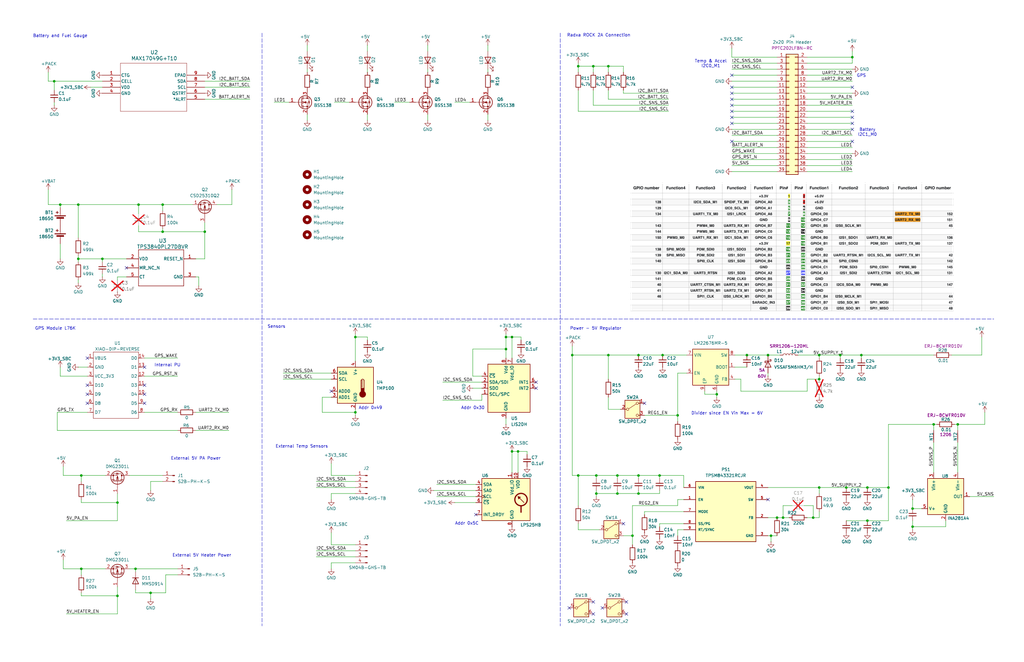
<source format=kicad_sch>
(kicad_sch (version 20250114) (generator "eeschema") (generator_version "9.0")
  (paper "B")
  (title_block (title "High Altitude Balloon Devboard") (rev "A"))
  (text "Temp & Accel\nI2C0_M1" (at 299.72 26.924 0) (effects (font (size 1.27 1.27))))
  (text "Addr 0x49" (at 156.21 172.212 0) (effects (font (size 1.27 1.27))))
  (text "Power - 5V Regulator" (at 251.206 138.684 0) (effects (font (size 1.27 1.27))))
  (text "External 5V Heater Power" (at 85.09 234.442 0) (effects (font (size 1.27 1.27))))
  (text "GPS" (at 363.22 32.004 0) (effects (font (size 1.27 1.27))))
  (text "Battery and Fuel Gauge" (at 25.4 15.24 0) (effects (font (size 1.27 1.27))))
  (text "Addr 0x5C" (at 196.85 220.98 0) (effects (font (size 1.27 1.27))))
  (text "Addr 0x30" (at 199.39 172.212 0) (effects (font (size 1.27 1.27))))
  (text "External 5V PA Power" (at 82.55 193.548 0) (effects (font (size 1.27 1.27))))
  (text "External Temp Sensors" (at 127.254 188.468 0) (effects (font (size 1.27 1.27))))
  (text "GPS Module L76K" (at 23.368 138.684 0) (effects (font (size 1.27 1.27))))
  (text "Radxa ROCK 2A Connection" (at 252.476 14.986 0) (effects (font (size 1.27 1.27))))
  (text "Battery\nI2C1_M0" (at 365.76 55.88 0) (effects (font (size 1.27 1.27))))
  (text "Sensors" (at 116.586 137.922 0) (effects (font (size 1.27 1.27))))
  (text "Divider since EN Vin Max = 6V" (at 306.578 174.498 0) (effects (font (size 1.27 1.27))))
  (text "Internal PU" (at 70.612 154.178 0) (effects (font (size 1.27 1.27))))
  (junction (at 302.26 166.37))
  (junction (at 363.22 149.86))
  (junction (at 215.9 142.24))
  (junction (at 213.36 142.24))
  (junction (at 218.44 190.5))
  (junction (at 243.84 27.94))
  (junction (at 342.9 218.44))
  (junction (at 278.13 200.66))
  (junction (at 34.29 240.03))
  (junction (at 256.54 27.94))
  (junction (at 49.53 212.09))
  (junction (at 330.2 218.44))
  (junction (at 354.33 149.86))
  (junction (at 25.4 86.36))
  (junction (at 314.96 149.86))
  (junction (at 251.46 208.28))
  (junction (at 241.3 149.86))
  (junction (at 269.24 200.66))
  (junction (at 393.7 179.07))
  (junction (at 323.85 149.86))
  (junction (at 68.58 86.36))
  (junction (at 33.02 86.36))
  (junction (at 58.42 86.36))
  (junction (at 215.9 190.5))
  (junction (at 250.19 27.94))
  (junction (at 260.35 200.66))
  (junction (at 213.36 147.32))
  (junction (at 266.7 226.06))
  (junction (at 384.81 222.25))
  (junction (at 63.5 250.19))
  (junction (at 260.35 208.28))
  (junction (at 374.65 205.74))
  (junction (at 43.18 109.22))
  (junction (at 49.53 251.46))
  (junction (at 149.86 173.99))
  (junction (at 251.46 200.66))
  (junction (at 269.24 208.28))
  (junction (at 356.87 205.74))
  (junction (at 243.84 200.66))
  (junction (at 256.54 149.86))
  (junction (at 285.75 175.26))
  (junction (at 86.36 97.79))
  (junction (at 325.12 226.06))
  (junction (at 68.58 97.79))
  (junction (at 57.15 240.03))
  (junction (at 384.81 214.63))
  (junction (at 149.86 142.24))
  (junction (at 269.24 149.86))
  (junction (at 345.44 160.02))
  (junction (at 365.76 205.74))
  (junction (at 403.86 179.07))
  (junction (at 279.4 149.86))
  (junction (at 359.41 24.13))
  (junction (at 34.29 200.66))
  (junction (at 345.44 149.86))
  (junction (at 345.44 205.74))
  (junction (at 365.76 219.71))
  (junction (at 327.66 218.44))
  (junction (at 22.86 34.29))
  (junction (at 33.02 109.22))
  (no_connect (at 60.96 170.18))
  (no_connect (at 139.7 165.1))
  (no_connect (at 250.19 259.08))
  (no_connect (at 60.96 162.56))
  (no_connect (at 240.03 256.54))
  (no_connect (at 308.61 52.07))
  (no_connect (at 308.61 59.69))
  (no_connect (at 359.41 49.53))
  (no_connect (at 200.66 217.17))
  (no_connect (at 359.41 54.61))
  (no_connect (at 36.83 151.13))
  (no_connect (at 250.19 254))
  (no_connect (at 36.83 166.37))
  (no_connect (at 359.41 59.69))
  (no_connect (at 308.61 46.99))
  (no_connect (at 359.41 52.07))
  (no_connect (at 308.61 39.37))
  (no_connect (at 271.78 170.18))
  (no_connect (at 53.34 113.03))
  (no_connect (at 308.61 44.45))
  (no_connect (at 359.41 36.83))
  (no_connect (at 308.61 31.75))
  (no_connect (at 308.61 36.83))
  (no_connect (at 262.89 220.98))
  (no_connect (at 60.96 166.37))
  (no_connect (at 60.96 154.94))
  (no_connect (at 323.85 210.82))
  (no_connect (at 308.61 49.53))
  (no_connect (at 254 256.54))
  (no_connect (at 36.83 162.56))
  (no_connect (at 36.83 170.18))
  (no_connect (at 264.16 254))
  (no_connect (at 359.41 46.99))
  (no_connect (at 226.06 161.29))
  (no_connect (at 308.61 41.91))
  (no_connect (at 264.16 259.08))
  (no_connect (at 226.06 163.83))
  (wire (pts (xy 323.85 149.86) (xy 328.93 149.86)))
  (wire (pts (xy 49.53 251.46) (xy 49.53 247.65)))
  (wire (pts (xy 340.36 64.77) (xy 359.41 64.77)))
  (wire (pts (xy 309.88 154.94) (xy 314.96 154.94)))
  (wire (pts (xy 309.88 149.86) (xy 314.96 149.86)))
  (wire (pts (xy 256.54 41.91) (xy 281.94 41.91)))
  (wire (pts (xy 330.2 218.44) (xy 330.2 213.36)))
  (wire (pts (xy 27.94 219.71) (xy 49.53 219.71)))
  (wire (pts (xy 278.13 208.28) (xy 269.24 208.28)))
  (wire (pts (xy 415.29 179.07) (xy 415.29 173.99)))
  (wire (pts (xy 24.13 173.99) (xy 36.83 173.99)))
  (wire (pts (xy 49.53 116.84) (xy 49.53 118.11)))
  (wire (pts (xy 308.61 41.91) (xy 327.66 41.91)))
  (wire (pts (xy 22.86 38.1) (xy 22.86 34.29)))
  (wire (pts (xy 219.71 143.51) (xy 219.71 142.24)))
  (wire (pts (xy 97.79 86.36) (xy 97.79 80.01)))
  (wire (pts (xy 199.39 158.75) (xy 203.2 158.75)))
  (wire (pts (xy 33.02 118.11) (xy 33.02 119.38)))
  (polyline (pts (xy 236.22 13.97) (xy 236.22 264.16)) (stroke (width 0) (type dash)))
  (wire (pts (xy 119.38 157.48) (xy 139.7 157.48)))
  (wire (pts (xy 22.86 34.29) (xy 43.18 34.29)))
  (wire (pts (xy 340.36 62.23) (xy 359.41 62.23)))
  (wire (pts (xy 243.84 27.94) (xy 250.19 27.94)))
  (wire (pts (xy 325.12 226.06) (xy 327.66 226.06)))
  (wire (pts (xy 215.9 142.24) (xy 215.9 151.13)))
  (wire (pts (xy 393.7 186.69) (xy 393.7 199.39)))
  (wire (pts (xy 278.13 222.25) (xy 278.13 220.98)))
  (wire (pts (xy 261.62 172.72) (xy 256.54 172.72)))
  (wire (pts (xy 251.46 200.66) (xy 260.35 200.66)))
  (wire (pts (xy 191.77 43.18) (xy 198.12 43.18)))
  (wire (pts (xy 24.13 181.61) (xy 74.93 181.61)))
  (wire (pts (xy 308.61 72.39) (xy 327.66 72.39)))
  (wire (pts (xy 398.78 222.25) (xy 384.81 222.25)))
  (wire (pts (xy 403.86 179.07) (xy 403.86 181.61)))
  (wire (pts (xy 384.81 222.25) (xy 384.81 219.71)))
  (wire (pts (xy 53.34 116.84) (xy 49.53 116.84)))
  (wire (pts (xy 340.36 54.61) (xy 359.41 54.61)))
  (wire (pts (xy 63.5 250.19) (xy 63.5 252.73)))
  (wire (pts (xy 308.61 31.75) (xy 327.66 31.75)))
  (wire (pts (xy 340.36 59.69) (xy 359.41 59.69)))
  (wire (pts (xy 60.96 158.75) (xy 74.93 158.75)))
  (wire (pts (xy 34.29 250.19) (xy 34.29 251.46)))
  (wire (pts (xy 308.61 69.85) (xy 327.66 69.85)))
  (wire (pts (xy 213.36 147.32) (xy 213.36 151.13)))
  (wire (pts (xy 345.44 149.86) (xy 354.33 149.86)))
  (wire (pts (xy 340.36 36.83) (xy 359.41 36.83)))
  (wire (pts (xy 365.76 205.74) (xy 374.65 205.74)))
  (wire (pts (xy 278.13 207.01) (xy 278.13 208.28)))
  (wire (pts (xy 33.02 86.36) (xy 58.42 86.36)))
  (wire (pts (xy 340.36 31.75) (xy 359.41 31.75)))
  (wire (pts (xy 340.36 39.37) (xy 359.41 39.37)))
  (wire (pts (xy 243.84 46.99) (xy 281.94 46.99)))
  (wire (pts (xy 24.13 173.99) (xy 24.13 181.61)))
  (wire (pts (xy 25.4 102.87) (xy 25.4 109.22)))
  (wire (pts (xy 312.42 165.1) (xy 340.36 165.1)))
  (wire (pts (xy 184.15 204.47) (xy 200.66 204.47)))
  (wire (pts (xy 133.35 203.2) (xy 149.86 203.2)))
  (wire (pts (xy 139.7 167.64) (xy 135.89 167.64)))
  (wire (pts (xy 57.15 250.19) (xy 63.5 250.19)))
  (wire (pts (xy 285.75 226.06) (xy 285.75 223.52)))
  (wire (pts (xy 308.61 59.69) (xy 327.66 59.69)))
  (wire (pts (xy 86.36 97.79) (xy 86.36 93.98)))
  (wire (pts (xy 34.29 240.03) (xy 44.45 240.03)))
  (wire (pts (xy 33.02 86.36) (xy 33.02 100.33)))
  (wire (pts (xy 359.41 21.59) (xy 359.41 24.13)))
  (wire (pts (xy 278.13 220.98) (xy 288.29 220.98)))
  (wire (pts (xy 402.59 179.07) (xy 403.86 179.07)))
  (wire (pts (xy 215.9 142.24) (xy 213.36 142.24)))
  (wire (pts (xy 302.26 167.64) (xy 302.26 166.37)))
  (wire (pts (xy 285.75 157.48) (xy 289.56 157.48)))
  (wire (pts (xy 34.29 200.66) (xy 34.29 203.2)))
  (wire (pts (xy 139.7 224.79) (xy 139.7 229.87)))
  (wire (pts (xy 308.61 34.29) (xy 327.66 34.29)))
  (wire (pts (xy 285.75 223.52) (xy 288.29 223.52)))
  (wire (pts (xy 54.61 200.66) (xy 68.58 200.66)))
  (wire (pts (xy 57.15 250.19) (xy 57.15 248.92)))
  (wire (pts (xy 222.25 190.5) (xy 222.25 191.77)))
  (wire (pts (xy 68.58 86.36) (xy 68.58 88.9)))
  (wire (pts (xy 215.9 190.5) (xy 218.44 190.5)))
  (wire (pts (xy 213.36 140.97) (xy 213.36 142.24)))
  (wire (pts (xy 191.77 212.09) (xy 200.66 212.09)))
  (wire (pts (xy 365.76 219.71) (xy 374.65 219.71)))
  (wire (pts (xy 205.74 50.8) (xy 205.74 48.26)))
  (wire (pts (xy 154.94 142.24) (xy 149.86 142.24)))
  (polyline (pts (xy 13.97 134.62) (xy 419.1 134.62)) (stroke (width 0) (type dash)))
  (wire (pts (xy 250.19 27.94) (xy 256.54 27.94)))
  (wire (pts (xy 26.67 200.66) (xy 34.29 200.66)))
  (wire (pts (xy 22.86 34.29) (xy 20.32 34.29)))
  (wire (pts (xy 393.7 179.07) (xy 394.97 179.07)))
  (wire (pts (xy 86.36 41.91) (xy 105.41 41.91)))
  (wire (pts (xy 345.44 205.74) (xy 356.87 205.74)))
  (wire (pts (xy 340.36 57.15) (xy 359.41 57.15)))
  (wire (pts (xy 205.74 19.05) (xy 205.74 21.59)))
  (wire (pts (xy 243.84 38.1) (xy 243.84 46.99)))
  (wire (pts (xy 63.5 203.2) (xy 63.5 207.01)))
  (wire (pts (xy 308.61 36.83) (xy 327.66 36.83)))
  (wire (pts (xy 25.4 86.36) (xy 33.02 86.36)))
  (wire (pts (xy 68.58 86.36) (xy 81.28 86.36)))
  (wire (pts (xy 256.54 27.94) (xy 262.89 27.94)))
  (wire (pts (xy 60.96 173.99) (xy 74.93 173.99)))
  (wire (pts (xy 68.58 96.52) (xy 68.58 97.79)))
  (wire (pts (xy 20.32 80.01) (xy 20.32 86.36)))
  (wire (pts (xy 260.35 208.28) (xy 269.24 208.28)))
  (wire (pts (xy 339.09 213.36) (xy 342.9 213.36)))
  (wire (pts (xy 354.33 149.86) (xy 363.22 149.86)))
  (wire (pts (xy 408.94 209.55) (xy 419.1 209.55)))
  (wire (pts (xy 34.29 251.46) (xy 49.53 251.46)))
  (wire (pts (xy 288.29 200.66) (xy 288.29 205.74)))
  (wire (pts (xy 57.15 241.3) (xy 57.15 240.03)))
  (wire (pts (xy 33.02 109.22) (xy 43.18 109.22)))
  (wire (pts (xy 129.54 29.21) (xy 129.54 30.48)))
  (wire (pts (xy 25.4 154.94) (xy 25.4 158.75)))
  (wire (pts (xy 139.7 229.87) (xy 149.86 229.87)))
  (wire (pts (xy 398.78 222.25) (xy 398.78 219.71)))
  (wire (pts (xy 182.88 207.01) (xy 200.66 207.01)))
  (wire (pts (xy 266.7 213.36) (xy 285.75 213.36)))
  (wire (pts (xy 133.35 205.74) (xy 149.86 205.74)))
  (wire (pts (xy 250.19 44.45) (xy 281.94 44.45)))
  (wire (pts (xy 262.89 38.1) (xy 262.89 39.37)))
  (wire (pts (xy 241.3 149.86) (xy 256.54 149.86)))
  (wire (pts (xy 308.61 64.77) (xy 327.66 64.77)))
  (wire (pts (xy 199.39 147.32) (xy 213.36 147.32)))
  (wire (pts (xy 285.75 175.26) (xy 285.75 157.48)))
  (wire (pts (xy 115.57 43.18) (xy 121.92 43.18)))
  (wire (pts (xy 82.55 181.61) (xy 96.52 181.61)))
  (wire (pts (xy 308.61 26.67) (xy 327.66 26.67)))
  (wire (pts (xy 340.36 69.85) (xy 359.41 69.85)))
  (wire (pts (xy 340.36 165.1) (xy 340.36 160.02)))
  (wire (pts (xy 43.18 116.84) (xy 43.18 115.57)))
  (wire (pts (xy 308.61 49.53) (xy 327.66 49.53)))
  (wire (pts (xy 213.36 142.24) (xy 213.36 147.32)))
  (wire (pts (xy 180.34 19.05) (xy 180.34 21.59)))
  (wire (pts (xy 262.89 226.06) (xy 266.7 226.06)))
  (wire (pts (xy 203.2 168.91) (xy 203.2 166.37)))
  (wire (pts (xy 20.32 30.48) (xy 20.32 34.29)))
  (wire (pts (xy 218.44 190.5) (xy 218.44 199.39)))
  (wire (pts (xy 262.89 39.37) (xy 281.94 39.37)))
  (wire (pts (xy 199.39 158.75) (xy 199.39 147.32)))
  (wire (pts (xy 241.3 200.66) (xy 243.84 200.66)))
  (wire (pts (xy 256.54 149.86) (xy 256.54 160.02)))
  (wire (pts (xy 269.24 201.93) (xy 269.24 200.66)))
  (wire (pts (xy 34.29 240.03) (xy 34.29 242.57)))
  (wire (pts (xy 140.97 43.18) (xy 147.32 43.18)))
  (wire (pts (xy 243.84 200.66) (xy 251.46 200.66)))
  (wire (pts (xy 363.22 149.86) (xy 393.7 149.86)))
  (wire (pts (xy 269.24 200.66) (xy 278.13 200.66)))
  (wire (pts (xy 180.34 50.8) (xy 180.34 48.26)))
  (wire (pts (xy 154.94 19.05) (xy 154.94 21.59)))
  (wire (pts (xy 342.9 218.44) (xy 345.44 218.44)))
  (wire (pts (xy 374.65 205.74) (xy 374.65 219.71)))
  (wire (pts (xy 154.94 29.21) (xy 154.94 30.48)))
  (wire (pts (xy 139.7 208.28) (xy 149.86 208.28)))
  (wire (pts (xy 340.36 218.44) (xy 342.9 218.44)))
  (wire (pts (xy 323.85 218.44) (xy 327.66 218.44)))
  (wire (pts (xy 336.55 149.86) (xy 345.44 149.86)))
  (wire (pts (xy 354.33 151.13) (xy 354.33 149.86)))
  (wire (pts (xy 139.7 210.82) (xy 139.7 208.28)))
  (wire (pts (xy 403.86 186.69) (xy 403.86 199.39)))
  (wire (pts (xy 205.74 29.21) (xy 205.74 30.48)))
  (wire (pts (xy 414.02 142.24) (xy 414.02 149.86)))
  (wire (pts (xy 345.44 218.44) (xy 345.44 215.9)))
  (wire (pts (xy 325.12 226.06) (xy 325.12 228.6)))
  (wire (pts (xy 345.44 205.74) (xy 345.44 208.28)))
  (wire (pts (xy 243.84 200.66) (xy 243.84 213.36)))
  (wire (pts (xy 26.67 236.22) (xy 26.67 240.03)))
  (wire (pts (xy 278.13 200.66) (xy 288.29 200.66)))
  (wire (pts (xy 288.29 210.82) (xy 285.75 210.82)))
  (wire (pts (xy 297.18 166.37) (xy 302.26 166.37)))
  (wire (pts (xy 323.85 205.74) (xy 345.44 205.74)))
  (wire (pts (xy 54.61 240.03) (xy 57.15 240.03)))
  (wire (pts (xy 186.69 161.29) (xy 203.2 161.29)))
  (wire (pts (xy 384.81 222.25) (xy 384.81 223.52)))
  (wire (pts (xy 340.36 160.02) (xy 345.44 160.02)))
  (wire (pts (xy 308.61 62.23) (xy 327.66 62.23)))
  (wire (pts (xy 129.54 50.8) (xy 129.54 48.26)))
  (wire (pts (xy 149.86 142.24) (xy 149.86 152.4)))
  (wire (pts (xy 149.86 175.26) (xy 149.86 173.99)))
  (wire (pts (xy 271.78 175.26) (xy 285.75 175.26)))
  (wire (pts (xy 363.22 149.86) (xy 363.22 151.13)))
  (wire (pts (xy 43.18 109.22) (xy 43.18 110.49)))
  (wire (pts (xy 57.15 240.03) (xy 74.93 240.03)))
  (wire (pts (xy 250.19 38.1) (xy 250.19 44.45)))
  (wire (pts (xy 288.29 215.9) (xy 271.78 215.9)))
  (wire (pts (xy 251.46 209.55) (xy 251.46 208.28)))
  (wire (pts (xy 83.82 116.84) (xy 82.55 116.84)))
  (wire (pts (xy 82.55 173.99) (xy 96.52 173.99)))
  (wire (pts (xy 58.42 97.79) (xy 68.58 97.79)))
  (wire (pts (xy 38.1 36.83) (xy 43.18 36.83)))
  (wire (pts (xy 68.58 97.79) (xy 86.36 97.79)))
  (wire (pts (xy 69.85 242.57) (xy 69.85 250.19)))
  (wire (pts (xy 119.38 160.02) (xy 139.7 160.02)))
  (wire (pts (xy 135.89 173.99) (xy 149.86 173.99)))
  (wire (pts (xy 309.88 160.02) (xy 312.42 160.02)))
  (wire (pts (xy 68.58 203.2) (xy 63.5 203.2)))
  (wire (pts (xy 374.65 179.07) (xy 393.7 179.07)))
  (wire (pts (xy 213.36 179.07) (xy 213.36 176.53)))
  (wire (pts (xy 356.87 219.71) (xy 365.76 219.71)))
  (wire (pts (xy 308.61 39.37) (xy 327.66 39.37)))
  (wire (pts (xy 260.35 207.01) (xy 260.35 208.28)))
  (wire (pts (xy 139.7 240.03) (xy 139.7 237.49)))
  (wire (pts (xy 256.54 167.64) (xy 256.54 172.72)))
  (wire (pts (xy 25.4 158.75) (xy 36.83 158.75)))
  (wire (pts (xy 260.35 201.93) (xy 260.35 200.66)))
  (wire (pts (xy 20.32 86.36) (xy 25.4 86.36)))
  (wire (pts (xy 133.35 234.95) (xy 149.86 234.95)))
  (wire (pts (xy 340.36 72.39) (xy 359.41 72.39)))
  (wire (pts (xy 135.89 167.64) (xy 135.89 173.99)))
  (wire (pts (xy 393.7 179.07) (xy 393.7 181.61)))
  (wire (pts (xy 86.36 36.83) (xy 105.41 36.83)))
  (wire (pts (xy 266.7 213.36) (xy 266.7 226.06)))
  (wire (pts (xy 33.02 109.22) (xy 33.02 110.49)))
  (wire (pts (xy 154.94 50.8) (xy 154.94 48.26)))
  (wire (pts (xy 34.29 210.82) (xy 34.29 212.09)))
  (wire (pts (xy 340.36 41.91) (xy 359.41 41.91)))
  (wire (pts (xy 308.61 44.45) (xy 327.66 44.45)))
  (wire (pts (xy 25.4 87.63) (xy 25.4 86.36)))
  (wire (pts (xy 285.75 210.82) (xy 285.75 213.36)))
  (wire (pts (xy 251.46 208.28) (xy 260.35 208.28)))
  (wire (pts (xy 139.7 200.66) (xy 149.86 200.66)))
  (wire (pts (xy 60.96 151.13) (xy 74.93 151.13)))
  (wire (pts (xy 256.54 38.1) (xy 256.54 41.91)))
  (wire (pts (xy 308.61 52.07) (xy 327.66 52.07)))
  (wire (pts (xy 269.24 207.01) (xy 269.24 208.28)))
  (wire (pts (xy 49.53 251.46) (xy 49.53 259.08)))
  (wire (pts (xy 43.18 109.22) (xy 53.34 109.22)))
  (wire (pts (xy 401.32 149.86) (xy 414.02 149.86)))
  (wire (pts (xy 278.13 201.93) (xy 278.13 200.66)))
  (wire (pts (xy 166.37 43.18) (xy 172.72 43.18)))
  (wire (pts (xy 340.36 67.31) (xy 359.41 67.31)))
  (wire (pts (xy 36.83 154.94) (xy 33.02 154.94)))
  (wire (pts (xy 269.24 149.86) (xy 279.4 149.86)))
  (wire (pts (xy 133.35 232.41) (xy 149.86 232.41)))
  (wire (pts (xy 251.46 201.93) (xy 251.46 200.66)))
  (wire (pts (xy 184.15 209.55) (xy 200.66 209.55)))
  (wire (pts (xy 374.65 179.07) (xy 374.65 205.74)))
  (wire (pts (xy 49.53 212.09) (xy 49.53 208.28)))
  (wire (pts (xy 279.4 149.86) (xy 289.56 149.86)))
  (wire (pts (xy 266.7 226.06) (xy 266.7 229.87)))
  (wire (pts (xy 345.44 151.13) (xy 345.44 149.86)))
  (wire (pts (xy 384.81 214.63) (xy 388.62 214.63)))
  (wire (pts (xy 33.02 107.95) (xy 33.02 109.22)))
  (wire (pts (xy 91.44 86.36) (xy 97.79 86.36)))
  (wire (pts (xy 215.9 190.5) (xy 215.9 199.39)))
  (wire (pts (xy 219.71 142.24) (xy 215.9 142.24)))
  (wire (pts (xy 330.2 218.44) (xy 332.74 218.44)))
  (wire (pts (xy 250.19 27.94) (xy 250.19 30.48)))
  (wire (pts (xy 330.2 213.36) (xy 334.01 213.36)))
  (wire (pts (xy 342.9 213.36) (xy 342.9 218.44)))
  (wire (pts (xy 34.29 212.09) (xy 49.53 212.09)))
  (wire (pts (xy 308.61 29.21) (xy 327.66 29.21)))
  (wire (pts (xy 312.42 160.02) (xy 312.42 165.1)))
  (wire (pts (xy 129.54 19.05) (xy 129.54 21.59)))
  (wire (pts (xy 58.42 86.36) (xy 58.42 90.17)))
  (wire (pts (xy 340.36 44.45) (xy 359.41 44.45)))
  (wire (pts (xy 86.36 109.22) (xy 86.36 97.79)))
  (wire (pts (xy 340.36 46.99) (xy 359.41 46.99)))
  (wire (pts (xy 243.84 223.52) (xy 243.84 220.98)))
  (wire (pts (xy 262.89 27.94) (xy 262.89 30.48)))
  (wire (pts (xy 345.44 158.75) (xy 345.44 160.02)))
  (wire (pts (xy 149.86 173.99) (xy 149.86 172.72)))
  (wire (pts (xy 340.36 52.07) (xy 359.41 52.07)))
  (wire (pts (xy 340.36 26.67) (xy 359.41 26.67)))
  (wire (pts (xy 308.61 46.99) (xy 327.66 46.99)))
  (wire (pts (xy 251.46 207.01) (xy 251.46 208.28)))
  (wire (pts (xy 340.36 24.13) (xy 359.41 24.13)))
  (wire (pts (xy 154.94 143.51) (xy 154.94 142.24)))
  (wire (pts (xy 26.67 240.03) (xy 34.29 240.03)))
  (wire (pts (xy 302.26 166.37) (xy 302.26 165.1)))
  (wire (pts (xy 356.87 205.74) (xy 365.76 205.74)))
  (wire (pts (xy 340.36 34.29) (xy 359.41 34.29)))
  (wire (pts (xy 69.85 250.19) (xy 63.5 250.19)))
  (wire (pts (xy 308.61 20.32) (xy 308.61 24.13)))
  (wire (pts (xy 74.93 242.57) (xy 69.85 242.57)))
  (wire (pts (xy 308.61 24.13) (xy 327.66 24.13)))
  (wire (pts (xy 58.42 86.36) (xy 68.58 86.36)))
  (wire (pts (xy 186.69 168.91) (xy 203.2 168.91)))
  (wire (pts (xy 256.54 27.94) (xy 256.54 30.48)))
  (wire (pts (xy 139.7 195.58) (xy 139.7 200.66)))
  (polyline (pts (xy 110.49 13.97) (xy 110.49 264.16)) (stroke (width 0) (type dash)))
  (wire (pts (xy 241.3 146.05) (xy 241.3 149.86)))
  (wire (pts (xy 308.61 67.31) (xy 327.66 67.31)))
  (wire (pts (xy 243.84 30.48) (xy 243.84 27.94)))
  (wire (pts (xy 308.61 57.15) (xy 327.66 57.15)))
  (wire (pts (xy 218.44 190.5) (xy 222.25 190.5)))
  (wire (pts (xy 199.39 163.83) (xy 203.2 163.83)))
  (wire (pts (xy 285.75 175.26) (xy 285.75 177.8)))
  (wire (pts (xy 86.36 34.29) (xy 105.41 34.29)))
  (wire (pts (xy 308.61 54.61) (xy 327.66 54.61)))
  (wire (pts (xy 139.7 237.49) (xy 149.86 237.49)))
  (wire (pts (xy 256.54 149.86) (xy 269.24 149.86)))
  (wire (pts (xy 340.36 49.53) (xy 359.41 49.53)))
  (wire (pts (xy 327.66 218.44) (xy 330.2 218.44)))
  (wire (pts (xy 180.34 29.21) (xy 180.34 30.48)))
  (wire (pts (xy 58.42 95.25) (xy 58.42 97.79)))
  (wire (pts (xy 27.94 259.08) (xy 49.53 259.08)))
  (wire (pts (xy 22.86 44.45) (xy 22.86 43.18)))
  (wire (pts (xy 241.3 149.86) (xy 241.3 200.66)))
  (wire (pts (xy 149.86 140.97) (xy 149.86 142.24)))
  (wire (pts (xy 384.81 210.82) (xy 384.81 214.63)))
  (wire (pts (xy 260.35 200.66) (xy 269.24 200.66)))
  (wire (pts (xy 323.85 226.06) (xy 325.12 226.06)))
  (wire (pts (xy 82.55 109.22) (xy 86.36 109.22)))
  (wire (pts (xy 83.82 120.65) (xy 83.82 116.84)))
  (wire (pts (xy 359.41 24.13) (xy 359.41 26.67)))
  (wire (pts (xy 26.67 196.85) (xy 26.67 200.66)))
  (wire (pts (xy 403.86 179.07) (xy 415.29 179.07)))
  (wire (pts (xy 297.18 165.1) (xy 297.18 166.37)))
  (wire (pts (xy 252.73 223.52) (xy 243.84 223.52)))
  (wire (pts (xy 340.36 29.21) (xy 359.41 29.21)))
  (wire (pts (xy 314.96 149.86) (xy 323.85 149.86)))
  (wire (pts (xy 34.29 200.66) (xy 44.45 200.66)))
  (wire (pts (xy 243.84 26.67) (xy 243.84 27.94)))
  (wire (pts (xy 49.53 212.09) (xy 49.53 219.71)))
  (wire (pts (xy 323.85 158.75) (xy 323.85 157.48)))
  (wire (pts (xy 271.78 215.9) (xy 271.78 217.17)))
  (image (at 334.01 104.14) (scale 1.007))
  (label "BATT_ALERT_N" (at 105.41 41.91 180))
  (label "GPS_WAKE" (at 308.61 64.77 0))
  (label "I2C_SNS_SDA" (at 186.69 161.29 0))
  (label "5V_SUPPLY_1" (at 342.9 149.86 0))
  (label "LED1" (at 115.57 43.18 0))
  (label "5V_HEATER_EN" (at 27.94 259.08 0))
  (label "I2C_BATT_SDA" (at 281.94 39.37 180))
  (label "I2C_SNS_SCL" (at 133.35 205.74 0))
  (label "I2C_SNS_SDA" (at 184.15 204.47 0))
  (label "5V_PA_EN" (at 359.41 41.91 180))
  (label "I2C_SNS_SCL" (at 184.15 209.55 0))
  (label "I2C_BATT_SDA" (at 308.61 57.15 0))
  (label "I2C_SNS_SCL" (at 186.69 168.91 0))
  (label "LED4" (at 191.77 43.18 0))
  (label "BATT_ALERT_N" (at 308.61 62.23 0))
  (label "REG2_EN" (at 269.24 213.36 0))
  (label "LED4" (at 359.41 72.39 180))
  (label "I2C_BATT_SCL" (at 105.41 36.83 180))
  (label "5V_HEATER_EN" (at 359.41 44.45 180))
  (label "I2C_BATT_SCL" (at 281.94 41.91 180))
  (label "REG1_EN" (at 273.05 175.26 0))
  (label "I2C_SNS_SDA" (at 119.38 157.48 0))
  (label "5V_PA_EN" (at 27.94 219.71 0))
  (label "5VSNS_P" (at 393.7 196.85 90))
  (label "LED3" (at 166.37 43.18 0))
  (label "5V_SNS" (at 308.61 69.85 0))
  (label "I2C_SNS_SCL" (at 281.94 46.99 180))
  (label "I2C_SNS_SCL" (at 308.61 29.21 0))
  (label "I2C_SNS_SDA" (at 133.35 203.2 0))
  (label "I2C_SNS_SCL" (at 119.38 160.02 0))
  (label "5VSNS_N" (at 403.86 196.85 90))
  (label "I2C_SNS_SDA" (at 281.94 44.45 180))
  (label "LED1" (at 359.41 62.23 180))
  (label "LED2" (at 359.41 67.31 180))
  (label "UART2_TX_M0" (at 359.41 31.75 180))
  (label "GPS_RST_N" (at 74.93 158.75 180))
  (label "UART2_TX_M0" (at 96.52 173.99 180))
  (label "5V_SUPPLY_2" (at 350.52 205.74 0))
  (label "I2C_BATT_SCL" (at 359.41 57.15 180))
  (label "UART2_RX_M0" (at 359.41 34.29 180))
  (label "I2C_SNS_SDA" (at 308.61 26.67 0))
  (label "UART2_RX_M0" (at 96.52 181.61 180))
  (label "GPS_RST_N" (at 308.61 67.31 0))
  (label "GPS_WAKE" (at 74.93 151.13 180))
  (label "I2C_BATT_SDA" (at 105.41 34.29 180))
  (label "GPS_TX" (at 24.13 173.99 0))
  (label "GPS_RX" (at 74.93 173.99 180))
  (label "5V_SNS" (at 419.1 209.55 180))
  (label "LED2" (at 140.97 43.18 0))
  (label "LED3" (at 359.41 69.85 180))
  (label "I2C_SNS_SDA" (at 133.35 232.41 0))
  (label "I2C_SNS_SCL" (at 133.35 234.95 0))
  (symbol (lib_id "power:GND") (at 43.18 39.37 270) (unit 1)
    (property "Reference" "#PWR011" (effects (hide yes)))
    (property "Value" "GND" (at 39.37 39.37 0))
    (property "Description" "Power symbol creates a global label with name \"GND\" , ground" (effects (hide yes)))
  )
  (symbol (lib_id "Device:C_Small") (at 285.75 228.6 0) (unit 1)
    (property "Reference" "C15" (at 287.528 227.33 0) (effects (justify left)))
    (property "Value" "10nF" (at 287.528 229.87 0) (effects (justify left)))
    (property "Footprint" "Capacitor_SMD:C_0402_1005Metric" (effects (hide yes)))
    (property "Description" "Unpolarized capacitor, small symbol" (effects (hide yes)))
  )
  (symbol (lib_id "power:+5V") (at 359.41 21.59 0) (unit 1)
    (property "Reference" "#PWR063" (effects (hide yes)))
    (property "Value" "+5V" (at 359.156 17.272 0))
    (property "Description" "Power symbol creates a global label with name \"+5V\"" (effects (hide yes)))
  )
  (symbol (lib_id "power:GND") (at 199.39 163.83 270) (unit 1)
    (property "Reference" "#PWR034" (effects (hide yes)))
    (property "Value" "GND" (at 195.58 163.83 0))
    (property "Description" "Power symbol creates a global label with name \"GND\" , ground" (effects (hide yes)))
  )
  (symbol (lib_id "Device:D_Schottky") (at 323.85 153.67 270) (unit 1)
    (property "Reference" "D10" (at 326.39 152.0824 90) (effects (justify left)))
    (property "Value" "VSSAF5M6HM3/H" (at 326.39 154.94 90) (effects (justify left)))
    (property "Footprint" "hab_library:VISHAY_DO_221AC" (effects (hide yes)))
    (property "Description" "Schottky diode" (effects (hide yes)))
    (property "Voltage" "60V" (at 321.31 158.75 90))
    (property "Current" "5A" (at 321.31 156.21 90))
  )
  (symbol (lib_id "Transistor_FET:BSS138") (at 177.8 43.18 0) (unit 1)
    (property "Reference" "Q5" (at 183.134 41.91 0) (effects (justify left)))
    (property "Value" "BSS138" (at 183.134 44.45 0) (effects (justify left)))
    (property "Footprint" "Package_TO_SOT_SMD:SOT-23" (effects (hide yes)))
    (property "Datasheet" "https://www.onsemi.com/pub/Collateral/BSS138-D.PDF" (effects (hide yes)))
    (property "Description" "50V Vds, 0.22A Id, N-Channel MOSFET, SOT-23" (effects (hide yes)))
  )
  (symbol (lib_id "power:+5V") (at 180.34 19.05 0) (unit 1)
    (property "Reference" "#PWR030" (effects (hide yes)))
    (property "Value" "+5V" (at 177.292 15.494 0) (effects (justify left)))
    (property "Description" "Power symbol creates a global label with name \"+5V\"" (effects (hide yes)))
  )
  (symbol (lib_id "power:+5V") (at 384.81 210.82 0) (mirror y) (unit 1)
    (property "Reference" "#PWR069" (effects (hide yes)))
    (property "Value" "+3V3_SBC" (at 385.064 207.01 0))
    (property "Description" "Power symbol creates a global label with name \"+5V\"" (effects (hide yes)))
  )
  (symbol (lib_id "power:+5V") (at 20.32 30.48 0) (unit 1)
    (property "Reference" "#PWR03" (effects (hide yes)))
    (property "Value" "+PACK" (at 17.272 26.924 0) (effects (justify left)))
    (property "Description" "Power symbol creates a global label with name \"+5V\"" (effects (hide yes)))
  )
  (symbol (lib_id "Device:R") (at 243.84 34.29 0) (mirror x) (unit 1)
    (property "Reference" "R11" (at 244.856 33.02 0) (effects (justify left)))
    (property "Value" "4.7k" (at 244.856 35.56 0) (effects (justify left)))
    (property "Footprint" "Resistor_SMD:R_0603_1608Metric" (effects (hide yes)))
    (property "Description" "Resistor" (effects (hide yes)))
  )
  (symbol (lib_id "Device:Battery_Cell") (at 25.4 100.33 0) (mirror y) (unit 1)
    (property "Reference" "BT2" (at 22.606 97.282 0) (effects (justify left)))
    (property "Value" "18650" (at 22.606 99.822 0) (effects (justify left)))
    (property "Footprint" "hab_library:KEYSTONE_54_18650" (effects (hide yes)))
    (property "Description" "Single-cell battery" (effects (hide yes)))
  )
  (symbol (lib_id "power:GND") (at 222.25 196.85 0) (unit 1)
    (property "Reference" "#PWR042" (effects (hide yes)))
    (property "Value" "GND" (at 222.25 200.66 0))
    (property "Description" "Power symbol creates a global label with name \"GND\" , ground" (effects (hide yes)))
  )
  (symbol (lib_id "power:GND") (at 149.86 175.26 0) (unit 1)
    (property "Reference" "#PWR026" (effects (hide yes)))
    (property "Value" "GND" (at 149.86 179.07 0))
    (property "Description" "Power symbol creates a global label with name \"GND\" , ground" (effects (hide yes)))
  )
  (symbol (lib_id "power:+5V") (at 97.79 80.01 0) (unit 1)
    (property "Reference" "#PWR018" (effects (hide yes)))
    (property "Value" "+PACK" (at 94.742 76.454 0) (effects (justify left)))
    (property "Description" "Power symbol creates a global label with name \"+5V\"" (effects (hide yes)))
  )
  (symbol (lib_id "power:GND") (at 180.34 50.8 0) (unit 1)
    (property "Reference" "#PWR031" (effects (hide yes)))
    (property "Value" "GND" (at 180.34 54.61 0))
    (property "Description" "Power symbol creates a global label with name \"GND\" , ground" (effects (hide yes)))
  )
  (symbol (lib_id "Connector:Conn_01x02_Pin") (at 73.66 200.66 0) (mirror y) (unit 1)
    (property "Reference" "J1" (at 74.93 200.6599 0) (effects (justify right)))
    (property "Value" "S2B-PH-K-S" (at 74.93 203.1999 0) (effects (justify right)))
    (property "Footprint" "Connector_JST:JST_PH_S2B-PH-K_1x02_P2.00mm_Horizontal" (effects (hide yes)))
    (property "Description" "Generic connector, single row, 01x02, script generated" (effects (hide yes)))
  )
  (symbol (lib_id "power:GND") (at 251.46 209.55 0) (unit 1)
    (property "Reference" "#PWR045" (effects (hide yes)))
    (property "Value" "GND" (at 251.46 213.36 0))
    (property "Description" "Power symbol creates a global label with name \"GND\" , ground" (effects (hide yes)))
  )
  (symbol (lib_id "Device:R") (at 327.66 222.25 0) (mirror y) (unit 1)
    (property "Reference" "R21" (at 329.184 220.98 0) (effects (justify right)))
    (property "Value" "30k" (at 329.184 223.52 0) (effects (justify right)))
    (property "Footprint" "Resistor_SMD:R_0603_1608Metric" (effects (hide yes)))
    (property "Description" "Resistor" (effects (hide yes)))
  )
  (symbol (lib_id "Transistor_FET:CSD25302Q2") (at 86.36 88.9 270) (mirror x) (unit 1)
    (property "Reference" "Q2" (at 86.36 80.01 90))
    (property "Value" "CSD25310Q2" (at 86.36 82.55 90))
    (property "Footprint" "Package_SON:Texas_DQK" (effects (hide yes)))
    (property "Datasheet" "https://www.ti.com/lit/ds/slps234b/slps234b.pdf" (effects (hide yes)))
    (property "Description" "-5A Id, -20V Vds, NexFET P-Channel Power MOSFET, 19mOhm Ron, SON-6" (effects (hide yes)))
  )
  (symbol (lib_id "Device:R") (at 180.34 34.29 0) (unit 1)
    (property "Reference" "R9" (at 184.404 34.29 90))
    (property "Value" "R" (at 182.372 34.29 90))
    (property "Footprint" "Resistor_SMD:R_0603_1608Metric" (effects (hide yes)))
    (property "Description" "Resistor" (effects (hide yes)))
  )
  (symbol (lib_id "power:GND") (at 43.18 116.84 0) (mirror y) (unit 1)
    (property "Reference" "#PWR012" (effects (hide yes)))
    (property "Value" "GND" (at 43.18 120.65 0))
    (property "Description" "Power symbol creates a global label with name \"GND\" , ground" (effects (hide yes)))
  )
  (symbol (lib_id "Device:R") (at 205.74 34.29 0) (unit 1)
    (property "Reference" "R10" (at 209.804 34.29 90))
    (property "Value" "R" (at 207.772 34.29 90))
    (property "Footprint" "Resistor_SMD:R_0603_1608Metric" (effects (hide yes)))
    (property "Description" "Resistor" (effects (hide yes)))
  )
  (symbol (lib_id "Device:R") (at 397.51 149.86 90) (mirror x) (unit 1)
    (property "Reference" "R28" (at 397.51 147.828 90))
    (property "Value" "0.01" (at 397.764 152.146 90))
    (property "Footprint" "Resistor_SMD:R_1206_3216Metric" (effects (hide yes)))
    (property "Description" "Resistor" (effects (hide yes)))
    (property "Part Number" "ERJ-8CWFR010V" (at 397.764 146.05 90))
    (property "Package" "1206" (effects (hide yes)))
  )
  (symbol (lib_id "Device:C_Small") (at 154.94 146.05 0) (unit 1)
    (property "Reference" "C5" (at 156.718 144.78 0) (effects (justify left)))
    (property "Value" "0.1uF" (at 156.718 147.32 0) (effects (justify left)))
    (property "Footprint" "Capacitor_SMD:C_0402_1005Metric" (effects (hide yes)))
    (property "Description" "Unpolarized capacitor, small symbol" (effects (hide yes)))
  )
  (symbol (lib_id "Switch:SW_DPDT_x2") (at 245.11 256.54 0) (unit 2)
    (property "Reference" "SW1" (at 245.11 251.206 0))
    (property "Value" "SW_DPDT_x2" (at 245.11 262.128 0))
    (property "Footprint" "Button_Switch_SMD:SW_DPDT_CK_JS202011JCQN" (effects (hide yes)))
    (property "Description" "Switch, dual pole double throw, separate symbols" (effects (hide yes)))
  )
  (symbol (lib_id "power:+5V") (at 205.74 19.05 0) (unit 1)
    (property "Reference" "#PWR035" (effects (hide yes)))
    (property "Value" "+5V" (at 202.692 15.494 0) (effects (justify left)))
    (property "Description" "Power symbol creates a global label with name \"+5V\"" (effects (hide yes)))
  )
  (symbol (lib_id "Transistor_FET:DMG2301L") (at 49.53 203.2 270) (mirror x) (unit 1)
    (property "Reference" "Q1" (at 49.53 194.31 90))
    (property "Value" "DMG2301L" (at 49.53 196.85 90))
    (property "Footprint" "Package_TO_SOT_SMD:SOT-23" (effects (hide yes)))
    (property "Datasheet" "https://www.diodes.com/assets/Datasheets/DMG2301L.pdf" (effects (hide yes)))
    (property "Description" "-3A Id, -20V Vds, P-Channel MOSFET, SOT-23" (effects (hide yes)))
  )
  (symbol (lib_id "power:GND") (at 215.9 222.25 0) (unit 1)
    (property "Reference" "#PWR040" (effects (hide yes)))
    (property "Value" "GND" (at 215.9 226.06 0))
    (property "Description" "Power symbol creates a global label with name \"GND\" , ground" (effects (hide yes)))
  )
  (symbol (lib_id "power:+5V") (at 243.84 26.67 0) (unit 1)
    (property "Reference" "#PWR043" (effects (hide yes)))
    (property "Value" "+3V3_SBC" (at 243.586 23.114 0))
    (property "Description" "Power symbol creates a global label with name \"+5V\"" (effects (hide yes)))
  )
  (symbol (lib_id "power:+5V") (at 38.1 36.83 90) (unit 1)
    (property "Reference" "#PWR09" (effects (hide yes)))
    (property "Value" "+3V3_SBC" (at 35.306 36.83 90) (effects (justify left)))
    (property "Description" "Power symbol creates a global label with name \"+5V\"" (effects (hide yes)))
  )
  (symbol (lib_id "power:+5V") (at 215.9 190.5 0) (unit 1)
    (property "Reference" "#PWR039" (effects (hide yes)))
    (property "Value" "+3V3_SBC" (at 212.852 186.944 0) (effects (justify left)))
    (property "Description" "Power symbol creates a global label with name \"+5V\"" (effects (hide yes)))
  )
  (symbol (lib_id "Device:R") (at 336.55 218.44 90) (mirror x) (unit 1)
    (property "Reference" "R22" (at 334.01 216.408 90))
    (property "Value" "220k" (at 336.804 220.726 90))
    (property "Footprint" "Resistor_SMD:R_0603_1608Metric" (effects (hide yes)))
    (property "Description" "Resistor" (effects (hide yes)))
  )
  (symbol (lib_id "Device:C_Small") (at 219.71 146.05 0) (unit 1)
    (property "Reference" "C6" (at 221.488 144.78 0) (effects (justify left)))
    (property "Value" "0.1uF" (at 221.488 147.32 0) (effects (justify left)))
    (property "Footprint" "Capacitor_SMD:C_0402_1005Metric" (effects (hide yes)))
    (property "Description" "Unpolarized capacitor, small symbol" (effects (hide yes)))
  )
  (symbol (lib_id "Sensor_Pressure:LPS25HB") (at 213.36 212.09 0) (mirror y) (unit 1)
    (property "Reference" "U6" (at 203.2 200.66 0) (effects (justify right)))
    (property "Value" "LPS25HB" (at 219.456 221.488 0) (effects (justify right)))
    (property "Footprint" "Package_LGA:ST_HLGA-10_2.5x2.5mm_P0.6mm_LayoutBorder3x2y" (effects (hide yes)))
    (property "Datasheet" "https://www.st.com/resource/en/datasheet/lps25hb.pdf" (effects (hide yes)))
    (property "Description" "MEMS nano pressure sensor, 260-1260 hPa, absolute digital output baromeeter, 24 bit, SPI, I2C, 0.01 hPa noise rms, ST_HLGA-10L" (effects (hide yes)))
  )
  (symbol (lib_id "power:GND") (at 63.5 207.01 0) (unit 1)
    (property "Reference" "#PWR014" (effects (hide yes)))
    (property "Value" "GND" (at 63.5 210.82 0))
    (property "Description" "Power symbol creates a global label with name \"GND\" , ground" (effects (hide yes)))
  )
  (symbol (lib_id "Device:R") (at 243.84 217.17 0) (mirror y) (unit 1)
    (property "Reference" "R12" (at 245.364 215.9 0) (effects (justify right)))
    (property "Value" "50k" (at 245.364 218.44 0) (effects (justify right)))
    (property "Footprint" "Resistor_SMD:R_0603_1608Metric" (effects (hide yes)))
    (property "Description" "Resistor" (effects (hide yes)))
  )
  (symbol (lib_id "Device:R") (at 34.29 246.38 0) (mirror y) (unit 1)
    (property "Reference" "R27" (at 36.068 245.11 0) (effects (justify right)))
    (property "Value" "100k" (at 36.068 247.65 0) (effects (justify right)))
    (property "Footprint" "Resistor_SMD:R_0603_1608Metric" (effects (hide yes)))
    (property "Description" "Resistor" (effects (hide yes)))
  )
  (symbol (lib_id "Mechanical:MountingHole") (at 129.54 92.71 0) (unit 1) (in_bom no)
    (property "Reference" "H4" (at 132.08 91.4399 0) (effects (justify left)))
    (property "Value" "MountingHole" (at 132.08 93.9799 0) (effects (justify left)))
    (property "Footprint" "MountingHole:MountingHole_3.2mm_M3" (effects (hide yes)))
    (property "Description" "Mounting Hole without connection" (effects (hide yes)))
  )
  (symbol (lib_id "power:GND") (at 139.7 210.82 0) (unit 1)
    (property "Reference" "#PWR022" (effects (hide yes)))
    (property "Value" "GND" (at 139.7 214.63 0))
    (property "Description" "Power symbol creates a global label with name \"GND\" , ground" (effects (hide yes)))
  )
  (symbol (lib_id "Device:R") (at 266.7 233.68 0) (mirror y) (unit 1)
    (property "Reference" "R17" (at 268.478 232.41 0) (effects (justify right)))
    (property "Value" "100k" (at 268.478 234.95 0) (effects (justify right)))
    (property "Footprint" "Resistor_SMD:R_0603_1608Metric" (effects (hide yes)))
    (property "Description" "Resistor" (effects (hide yes)))
  )
  (symbol (lib_id "power:GND") (at 86.36 31.75 90) (mirror x) (unit 1)
    (property "Reference" "#PWR016" (effects (hide yes)))
    (property "Value" "GND" (at 90.17 31.75 0))
    (property "Description" "Power symbol creates a global label with name \"GND\" , ground" (effects (hide yes)))
  )
  (symbol (lib_id "power:GND") (at 129.54 50.8 0) (unit 1)
    (property "Reference" "#PWR020" (effects (hide yes)))
    (property "Value" "GND" (at 129.54 54.61 0))
    (property "Description" "Power symbol creates a global label with name \"GND\" , ground" (effects (hide yes)))
  )
  (symbol (lib_id "Transistor_FET:DMG2301L") (at 49.53 242.57 270) (mirror x) (unit 1)
    (property "Reference" "Q7" (at 49.53 233.68 90))
    (property "Value" "DMG2301L" (at 49.53 236.22 90))
    (property "Footprint" "Package_TO_SOT_SMD:SOT-23" (effects (hide yes)))
    (property "Datasheet" "https://www.diodes.com/assets/Datasheets/DMG2301L.pdf" (effects (hide yes)))
    (property "Description" "-3A Id, -20V Vds, P-Channel MOSFET, SOT-23" (effects (hide yes)))
  )
  (symbol (lib_id "power:+5V") (at 139.7 224.79 0) (unit 1)
    (property "Reference" "#PWR023" (effects (hide yes)))
    (property "Value" "+3V3_SBC" (at 136.652 221.234 0) (effects (justify left)))
    (property "Description" "Power symbol creates a global label with name \"+5V\"" (effects (hide yes)))
  )
  (symbol (lib_id "Switch:SW_DPDT_x2") (at 257.81 223.52 0) (unit 1)
    (property "Reference" "SW1" (at 257.81 218.44 0))
    (property "Value" "SW_DPDT_x2" (at 255.27 228.6 0))
    (property "Footprint" "Button_Switch_SMD:SW_DPDT_CK_JS202011JCQN" (effects (hide yes)))
    (property "Description" "Switch, dual pole double throw, separate symbols" (effects (hide yes)))
  )
  (symbol (lib_id "power:GND") (at 359.41 64.77 90) (unit 1)
    (property "Reference" "#PWR066" (effects (hide yes)))
    (property "Value" "GND" (at 362.458 64.77 90) (effects (justify right)))
    (property "Description" "Power symbol creates a global label with name \"GND\" , ground" (effects (hide yes)))
  )
  (symbol (lib_id "Device:C_Small") (at 314.96 152.4 0) (unit 1)
    (property "Reference" "C16" (at 316.738 151.13 0) (effects (justify left)))
    (property "Value" "10nF" (at 316.738 153.67 0) (effects (justify left)))
    (property "Footprint" "Capacitor_SMD:C_0402_1005Metric" (effects (hide yes)))
    (property "Description" "Unpolarized capacitor, small symbol" (effects (hide yes)))
  )
  (symbol (lib_id "Device:C_Small") (at 279.4 152.4 0) (unit 1)
    (property "Reference" "C12" (at 281.178 151.13 0) (effects (justify left)))
    (property "Value" "10uF" (at 281.178 153.67 0) (effects (justify left)))
    (property "Footprint" "Capacitor_SMD:C_0805_2012Metric" (effects (hide yes)))
    (property "Description" "Unpolarized capacitor, small symbol" (effects (hide yes)))
  )
  (symbol (lib_id "Mechanical:MountingHole") (at 129.54 80.01 0) (unit 1) (in_bom no)
    (property "Reference" "H2" (at 132.08 78.7399 0) (effects (justify left)))
    (property "Value" "MountingHole" (at 132.08 81.2799 0) (effects (justify left)))
    (property "Footprint" "MountingHole:MountingHole_3.2mm_M3" (effects (hide yes)))
    (property "Description" "Mounting Hole without connection" (effects (hide yes)))
  )
  (symbol (lib_id "hab_library:MAX17048G+T10") (at 43.18 31.75 0) (unit 1)
    (property "Reference" "U2" (at 65.024 22.098 0) (effects (font (size 1.524 1.524))))
    (property "Value" "MAX17049G+T10" (at 65.024 24.638 0) (effects (font (size 1.524 1.524))))
    (property "Footprint" "hab_library:MAX17048_DFN" (effects (hide yes)))
    (property "Datasheet" "MAX17048G+T10" (effects (hide yes)))
  )
  (symbol (lib_id "power:GND") (at 22.86 44.45 0) (mirror y) (unit 1)
    (property "Reference" "#PWR06" (effects (hide yes)))
    (property "Value" "GND" (at 22.86 48.26 0))
    (property "Description" "Power symbol creates a global label with name \"GND\" , ground" (effects (hide yes)))
  )
  (symbol (lib_id "Connector:Conn_01x04_Pin") (at 154.94 203.2 0) (mirror y) (unit 1)
    (property "Reference" "J2" (at 154.432 197.612 0))
    (property "Value" "SM04B-GHS-TB" (at 154.94 210.312 0))
    (property "Footprint" "Connector_JST:JST_GH_SM04B-GHS-TB_1x04-1MP_P1.25mm_Horizontal" (effects (hide yes)))
    (property "Description" "Generic connector, single row, 01x04, script generated" (effects (hide yes)))
  )
  (symbol (lib_id "power:GND") (at 266.7 237.49 0) (unit 1)
    (property "Reference" "#PWR047" (effects (hide yes)))
    (property "Value" "GND" (at 266.7 241.3 0))
    (property "Description" "Power symbol creates a global label with name \"GND\" , ground" (effects (hide yes)))
  )
  (symbol (lib_id "power:GND") (at 308.61 34.29 270) (mirror x) (unit 1)
    (property "Reference" "#PWR055" (effects (hide yes)))
    (property "Value" "GND" (at 305.562 34.29 90) (effects (justify right)))
    (property "Description" "Power symbol creates a global label with name \"GND\" , ground" (effects (hide yes)))
  )
  (symbol (lib_id "power:GND") (at 308.61 72.39 270) (mirror x) (unit 1)
    (property "Reference" "#PWR057" (effects (hide yes)))
    (property "Value" "GND" (at 305.562 72.39 90) (effects (justify right)))
    (property "Description" "Power symbol creates a global label with name \"GND\" , ground" (effects (hide yes)))
  )
  (symbol (lib_id "Device:NetTie_2") (at 393.7 184.15 90) (unit 1) (in_bom no)
    (property "Reference" "NT1" (at 392.684 182.372 0) (effects (justify right)))
    (property "Value" "NetTie_2" (effects (hide yes)))
    (property "Footprint" "NetTie:NetTie-2_SMD_Pad0.5mm" (effects (hide yes)))
    (property "Description" "Net tie, 2 pins" (effects (hide yes)))
  )
  (symbol (lib_id "Sensor_Temperature:TMP100") (at 149.86 162.56 0) (unit 1)
    (property "Reference" "U4" (at 158.75 161.2899 0) (effects (justify left)))
    (property "Value" "TMP100" (at 158.75 163.8299 0) (effects (justify left)))
    (property "Footprint" "Package_TO_SOT_SMD:SOT-23-6" (effects (hide yes)))
    (property "Datasheet" "http://www.ti.com/lit/gpn/tmp100" (effects (hide yes)))
    (property "Description" "Temperature Sensor with I2C/SMBus Interface, SOT-23-6" (effects (hide yes)))
  )
  (symbol (lib_id "Device:R") (at 285.75 181.61 0) (mirror y) (unit 1)
    (property "Reference" "R19" (at 287.528 180.34 0) (effects (justify right)))
    (property "Value" "100k" (at 287.528 182.88 0) (effects (justify right)))
    (property "Footprint" "Resistor_SMD:R_0603_1608Metric" (effects (hide yes)))
    (property "Description" "Resistor" (effects (hide yes)))
  )
  (symbol (lib_id "power:GND") (at 345.44 167.64 0) (unit 1)
    (property "Reference" "#PWR060" (effects (hide yes)))
    (property "Value" "GND" (at 345.44 171.45 0))
    (property "Description" "Power symbol creates a global label with name \"GND\" , ground" (effects (hide yes)))
  )
  (symbol (lib_id "power:+5V") (at 26.67 196.85 0) (unit 1)
    (property "Reference" "#PWR02" (effects (hide yes)))
    (property "Value" "+5V" (at 23.622 193.294 0) (effects (justify left)))
    (property "Description" "Power symbol creates a global label with name \"+5V\"" (effects (hide yes)))
  )
  (symbol (lib_id "power:GND") (at 271.78 224.79 0) (unit 1)
    (property "Reference" "#PWR048" (effects (hide yes)))
    (property "Value" "GND" (at 271.78 228.6 0))
    (property "Description" "Power symbol creates a global label with name \"GND\" , ground" (effects (hide yes)))
  )
  (symbol (lib_id "power:GND") (at 25.4 109.22 0) (unit 1)
    (property "Reference" "#PWR04" (effects (hide yes)))
    (property "Value" "GND" (at 25.4 113.03 0))
    (property "Description" "Power symbol creates a global label with name \"GND\" , ground" (effects (hide yes)))
  )
  (symbol (lib_id "Device:R") (at 33.02 114.3 0) (mirror y) (unit 1)
    (property "Reference" "R3" (at 34.798 113.03 0) (effects (justify right)))
    (property "Value" "499k" (at 34.798 115.57 0) (effects (justify right)))
    (property "Footprint" "Resistor_SMD:R_0603_1608Metric" (effects (hide yes)))
    (property "Description" "Resistor" (effects (hide yes)))
  )
  (symbol (lib_id "power:GND") (at 213.36 179.07 0) (unit 1)
    (property "Reference" "#PWR038" (effects (hide yes)))
    (property "Value" "GND" (at 213.36 182.88 0))
    (property "Description" "Power symbol creates a global label with name \"GND\" , ground" (effects (hide yes)))
  )
  (symbol (lib_id "Device:R") (at 33.02 104.14 0) (mirror y) (unit 1)
    (property "Reference" "R2" (at 34.798 102.87 0) (effects (justify right)))
    (property "Value" "499k" (at 34.798 105.41 0) (effects (justify right)))
    (property "Footprint" "Resistor_SMD:R_0603_1608Metric" (effects (hide yes)))
    (property "Description" "Resistor" (effects (hide yes)))
  )
  (symbol (lib_id "Device:NetTie_2") (at 403.86 184.15 90) (unit 1) (in_bom no)
    (property "Reference" "NT2" (at 402.844 182.372 0) (effects (justify right)))
    (property "Value" "NetTie_2" (effects (hide yes)))
    (property "Footprint" "NetTie:NetTie-2_SMD_Pad0.5mm" (effects (hide yes)))
    (property "Description" "Net tie, 2 pins" (effects (hide yes)))
  )
  (symbol (lib_id "hab_library:TPS3840-Q1") (at 53.34 110.49 0) (unit 1)
    (property "Reference" "U3" (at 68.58 101.6 0) (effects (font (size 1.524 1.524))))
    (property "Value" "TPS3840PL27DBVR" (at 68.58 104.14 0) (effects (font (size 1.524 1.524))))
    (property "Footprint" "Package_TO_SOT_SMD:SOT-23-5" (effects (hide yes)))
    (property "Datasheet" "https://www.ti.com/lit/gpn/tps3840-q1" (effects (hide yes)))
  )
  (symbol (lib_id "Device:C_Small") (at 356.87 208.28 0) (unit 1)
    (property "Reference" "C19" (at 358.648 207.01 0) (effects (justify left)))
    (property "Value" "22uF" (at 358.648 209.55 0) (effects (justify left)))
    (property "Footprint" "Capacitor_SMD:C_1206_3216Metric" (effects (hide yes)))
    (property "Description" "Unpolarized capacitor, small symbol" (effects (hide yes)))
  )
  (symbol (lib_id "power:+5V") (at 213.36 140.97 0) (unit 1)
    (property "Reference" "#PWR037" (effects (hide yes)))
    (property "Value" "+3V3_SBC" (at 210.312 137.414 0) (effects (justify left)))
    (property "Description" "Power symbol creates a global label with name \"+5V\"" (effects (hide yes)))
  )
  (symbol (lib_id "Connector:Conn_01x02_Pin") (at 80.01 240.03 0) (mirror y) (unit 1)
    (property "Reference" "J5" (at 81.28 240.0299 0) (effects (justify right)))
    (property "Value" "S2B-PH-K-S" (at 81.28 242.5699 0) (effects (justify right)))
    (property "Footprint" "Connector_JST:JST_PH_S2B-PH-K_1x02_P2.00mm_Horizontal" (effects (hide yes)))
    (property "Description" "Generic connector, single row, 01x02, script generated" (effects (hide yes)))
  )
  (symbol (lib_id "power:GND") (at 356.87 224.79 0) (unit 1)
    (property "Reference" "#PWR062" (effects (hide yes)))
    (property "Value" "GND" (at 356.87 228.6 0))
    (property "Description" "Power symbol creates a global label with name \"GND\" , ground" (effects (hide yes)))
  )
  (symbol (lib_id "power:+5V") (at 139.7 195.58 0) (unit 1)
    (property "Reference" "#PWR021" (effects (hide yes)))
    (property "Value" "+3V3_SBC" (at 136.652 192.024 0) (effects (justify left)))
    (property "Description" "Power symbol creates a global label with name \"+5V\"" (effects (hide yes)))
  )
  (symbol (lib_id "power:GND") (at 154.94 148.59 0) (unit 1)
    (property "Reference" "#PWR029" (effects (hide yes)))
    (property "Value" "GND" (at 154.94 152.4 0))
    (property "Description" "Power symbol creates a global label with name \"GND\" , ground" (effects (hide yes)))
  )
  (symbol (lib_id "Device:R") (at 398.78 179.07 90) (mirror x) (unit 1)
    (property "Reference" "R26" (at 398.78 177.038 90))
    (property "Value" "0.01" (at 399.034 181.356 90))
    (property "Footprint" "Resistor_SMD:R_1206_3216Metric" (effects (hide yes)))
    (property "Description" "Resistor" (effects (hide yes)))
    (property "Part Number" "ERJ-8CWFR010V" (at 399.034 175.26 90))
    (property "Package" "1206" (at 398.78 183.388 90))
  )
  (symbol (lib_id "power:GND") (at 302.26 167.64 0) (unit 1)
    (property "Reference" "#PWR053" (effects (hide yes)))
    (property "Value" "GND" (at 302.26 171.45 0))
    (property "Description" "Power symbol creates a global label with name \"GND\" , ground" (effects (hide yes)))
  )
  (symbol (lib_id "Transistor_FET:BSS138") (at 152.4 43.18 0) (unit 1)
    (property "Reference" "Q4" (at 158.75 41.9099 0) (effects (justify left)))
    (property "Value" "BSS138" (at 158.75 44.4499 0) (effects (justify left)))
    (property "Footprint" "Package_TO_SOT_SMD:SOT-23" (effects (hide yes)))
    (property "Datasheet" "https://www.onsemi.com/pub/Collateral/BSS138-D.PDF" (effects (hide yes)))
    (property "Description" "50V Vds, 0.22A Id, N-Channel MOSFET, SOT-23" (effects (hide yes)))
  )
  (symbol (lib_id "power:GND") (at 354.33 156.21 0) (unit 1)
    (property "Reference" "#PWR074" (effects (hide yes)))
    (property "Value" "GND" (at 354.33 160.02 0))
    (property "Description" "Power symbol creates a global label with name \"GND\" , ground" (effects (hide yes)))
  )
  (symbol (lib_id "power:+5V") (at 149.86 140.97 0) (unit 1)
    (property "Reference" "#PWR025" (effects (hide yes)))
    (property "Value" "+3V3_SBC" (at 146.812 137.414 0) (effects (justify left)))
    (property "Description" "Power symbol creates a global label with name \"+5V\"" (effects (hide yes)))
  )
  (symbol (lib_id "power:GND") (at 33.02 154.94 270) (unit 1)
    (property "Reference" "#PWR08" (effects (hide yes)))
    (property "Value" "GND" (at 29.21 154.94 0))
    (property "Description" "Power symbol creates a global label with name \"GND\" , ground" (effects (hide yes)))
  )
  (symbol (lib_id "power:GND") (at 63.5 252.73 0) (unit 1)
    (property "Reference" "#PWR073" (effects (hide yes)))
    (property "Value" "GND" (at 63.5 256.54 0))
    (property "Description" "Power symbol creates a global label with name \"GND\" , ground" (effects (hide yes)))
  )
  (symbol (lib_id "Device:R") (at 256.54 34.29 0) (mirror x) (unit 1)
    (property "Reference" "R14" (at 257.556 33.02 0) (effects (justify left)))
    (property "Value" "4.7k" (at 257.556 35.56 0) (effects (justify left)))
    (property "Footprint" "Resistor_SMD:R_0603_1608Metric" (effects (hide yes)))
    (property "Description" "Resistor" (effects (hide yes)))
  )
  (symbol (lib_id "hab_library:XIAO-DIP-REVERSE") (at 39.37 148.59 0) (unit 1)
    (property "Reference" "U1" (at 49.53 144.78 0))
    (property "Value" "XIAO-DIP-REVERSE" (at 49.53 147.32 0))
    (property "Footprint" "hab_library:XIAO-DIP-SMT" (effects (hide yes)))
  )
  (symbol (lib_id "Device:LED") (at 129.54 25.4 90) (unit 1)
    (property "Reference" "D1" (at 132.08 23.876 0) (effects (justify right)))
    (property "Value" "LED" (at 126.746 23.622 0) (effects (justify right)))
    (property "Footprint" "LED_SMD:LED_0805_2012Metric" (effects (hide yes)))
    (property "Description" "Light emitting diode" (effects (hide yes)))
    (property "Sim.Pins" "1=K 2=A" (effects (hide yes)))
  )
  (symbol (lib_id "power:GND") (at 33.02 119.38 0) (mirror y) (unit 1)
    (property "Reference" "#PWR07" (effects (hide yes)))
    (property "Value" "GND" (at 33.02 123.19 0))
    (property "Description" "Power symbol creates a global label with name \"GND\" , ground" (effects (hide yes)))
  )
  (symbol (lib_id "Device:C_Small") (at 354.33 153.67 0) (unit 1)
    (property "Reference" "C18" (at 356.108 152.4 0) (effects (justify left)))
    (property "Value" "22uF" (at 356.108 154.94 0) (effects (justify left)))
    (property "Footprint" "Capacitor_SMD:C_1206_3216Metric" (effects (hide yes)))
    (property "Description" "Unpolarized capacitor, small symbol" (effects (hide yes)))
  )
  (symbol (lib_id "power:+5V") (at 414.02 142.24 0) (unit 1)
    (property "Reference" "#PWR071" (effects (hide yes)))
    (property "Value" "+5V" (at 410.972 138.684 0) (effects (justify left)))
    (property "Description" "Power symbol creates a global label with name \"+5V\"" (effects (hide yes)))
  )
  (symbol (lib_id "power:+5V") (at 26.67 236.22 0) (unit 1)
    (property "Reference" "#PWR072" (effects (hide yes)))
    (property "Value" "+5V" (at 23.622 232.664 0) (effects (justify left)))
    (property "Description" "Power symbol creates a global label with name \"+5V\"" (effects (hide yes)))
  )
  (symbol (lib_id "Device:L") (at 332.74 149.86 90) (unit 1)
    (property "Reference" "L1" (at 328.676 148.336 90))
    (property "Value" "12uH" (at 336.042 148.336 90))
    (property "Footprint" "hab_library:IND_BOURNS_SRR1206" (effects (hide yes)))
    (property "Description" "Inductor" (effects (hide yes)))
    (property "Isat" "5.5A" (effects (hide yes)))
    (property "Part Number" "SRR1206-120ML" (at 332.74 146.05 90))
    (property "Cur" "3A" (effects (hide yes)))
  )
  (symbol (lib_id "power:GND") (at 356.87 210.82 0) (unit 1)
    (property "Reference" "#PWR061" (effects (hide yes)))
    (property "Value" "GND" (at 356.87 214.63 0))
    (property "Description" "Power symbol creates a global label with name \"GND\" , ground" (effects (hide yes)))
  )
  (symbol (lib_id "Mechanical:MountingHole") (at 129.54 99.06 0) (unit 1) (in_bom no)
    (property "Reference" "H5" (at 132.08 97.7899 0) (effects (justify left)))
    (property "Value" "MountingHole" (at 132.08 100.3299 0) (effects (justify left)))
    (property "Footprint" "MountingHole:MountingHole_3.2mm_M3" (effects (hide yes)))
    (property "Description" "Mounting Hole without connection" (effects (hide yes)))
  )
  (symbol (lib_id "Device:C_Small") (at 58.42 92.71 0) (unit 1) (dnp yes)
    (property "Reference" "C4" (at 60.198 91.44 0) (effects (justify left)))
    (property "Value" "0.1uF" (at 60.198 93.98 0) (effects (justify left)))
    (property "Footprint" "Capacitor_SMD:C_0402_1005Metric" (effects (hide yes)))
    (property "Description" "Unpolarized capacitor, small symbol" (effects (hide yes)))
  )
  (symbol (lib_id "power:GND") (at 285.75 238.76 0) (unit 1)
    (property "Reference" "#PWR052" (effects (hide yes)))
    (property "Value" "GND" (at 285.75 242.57 0))
    (property "Description" "Power symbol creates a global label with name \"GND\" , ground" (effects (hide yes)))
  )
  (symbol (lib_id "Amplifier_Current:INA281A4") (at 398.78 209.55 0) (unit 1)
    (property "Reference" "U8" (at 398.526 200.914 0))
    (property "Value" "INA281A4" (at 404.114 218.694 0))
    (property "Footprint" "Package_TO_SOT_SMD:SOT-23-5" (effects (hide yes)))
    (property "Datasheet" "https://www.ti.com/lit/ds/symlink/ina281.pdf" (effects (hide yes)))
    (property "Description" "-4...+110V High Voltage Current Shunt Monitor, 200V/V gain, 1.3 MHz bandwidth,  2.7..20Vcc, 55uV offset voltage, SOT-23-5" (effects (hide yes)))
  )
  (symbol (lib_id "Device:C_Small") (at 49.53 120.65 0) (unit 1) (dnp yes)
    (property "Reference" "C3" (at 51.308 119.38 0) (effects (justify left)))
    (property "Value" "0.1uF" (at 51.308 121.92 0) (effects (justify left)))
    (property "Footprint" "Capacitor_SMD:C_0402_1005Metric" (effects (hide yes)))
    (property "Description" "Unpolarized capacitor, small symbol" (effects (hide yes)))
  )
  (symbol (lib_id "Device:C_Small") (at 269.24 204.47 0) (unit 1)
    (property "Reference" "C11" (at 271.018 203.2 0) (effects (justify left)))
    (property "Value" "10uF" (at 271.018 205.74 0) (effects (justify left)))
    (property "Footprint" "Capacitor_SMD:C_0805_2012Metric" (effects (hide yes)))
    (property "Description" "Unpolarized capacitor, small symbol" (effects (hide yes)))
  )
  (symbol (lib_id "power:GND") (at 363.22 156.21 0) (unit 1)
    (property "Reference" "#PWR075" (effects (hide yes)))
    (property "Value" "GND" (at 363.22 160.02 0))
    (property "Description" "Power symbol creates a global label with name \"GND\" , ground" (effects (hide yes)))
  )
  (symbol (lib_id "Device:LED") (at 205.74 25.4 90) (unit 1)
    (property "Reference" "D9" (at 208.28 23.876 0) (effects (justify right)))
    (property "Value" "LED" (at 202.946 23.622 0) (effects (justify right)))
    (property "Footprint" "LED_SMD:LED_0805_2012Metric" (effects (hide yes)))
    (property "Description" "Light emitting diode" (effects (hide yes)))
    (property "Sim.Pins" "1=K 2=A" (effects (hide yes)))
  )
  (symbol (lib_id "power:+5V") (at 241.3 146.05 0) (unit 1)
    (property "Reference" "#PWR044" (effects (hide yes)))
    (property "Value" "+PACK" (at 238.252 142.494 0) (effects (justify left)))
    (property "Description" "Power symbol creates a global label with name \"+5V\"" (effects (hide yes)))
  )
  (symbol (lib_id "Device:R") (at 154.94 34.29 0) (unit 1)
    (property "Reference" "R8" (at 159.004 34.29 90))
    (property "Value" "R" (at 156.972 34.29 90))
    (property "Footprint" "Resistor_SMD:R_0603_1608Metric" (effects (hide yes)))
    (property "Description" "Resistor" (effects (hide yes)))
  )
  (symbol (lib_id "power:GND") (at 359.41 39.37 90) (unit 1)
    (property "Reference" "#PWR065" (effects (hide yes)))
    (property "Value" "GND" (at 362.458 39.37 90) (effects (justify right)))
    (property "Description" "Power symbol creates a global label with name \"GND\" , ground" (effects (hide yes)))
  )
  (symbol (lib_id "Device:C_Small") (at 365.76 208.28 0) (unit 1)
    (property "Reference" "C20" (at 367.538 207.01 0) (effects (justify left)))
    (property "Value" "22uF" (at 367.538 209.55 0) (effects (justify left)))
    (property "Footprint" "Capacitor_SMD:C_1206_3216Metric" (effects (hide yes)))
    (property "Description" "Unpolarized capacitor, small symbol" (effects (hide yes)))
  )
  (symbol (lib_id "Device:R") (at 250.19 34.29 0) (mirror x) (unit 1)
    (property "Reference" "R13" (at 251.206 33.02 0) (effects (justify left)))
    (property "Value" "4.7k" (at 251.206 35.56 0) (effects (justify left)))
    (property "Footprint" "Resistor_SMD:R_0603_1608Metric" (effects (hide yes)))
    (property "Description" "Resistor" (effects (hide yes)))
  )
  (symbol (lib_id "Mechanical:MountingHole") (at 129.54 73.66 0) (unit 1) (in_bom no)
    (property "Reference" "H1" (at 132.08 72.3899 0) (effects (justify left)))
    (property "Value" "MountingHole" (at 132.08 74.9299 0) (effects (justify left)))
    (property "Footprint" "MountingHole:MountingHole_3.2mm_M3" (effects (hide yes)))
    (property "Description" "Mounting Hole without connection" (effects (hide yes)))
  )
  (symbol (lib_id "power:GND") (at 365.76 210.82 0) (unit 1)
    (property "Reference" "#PWR067" (effects (hide yes)))
    (property "Value" "GND" (at 365.76 214.63 0))
    (property "Description" "Power symbol creates a global label with name \"GND\" , ground" (effects (hide yes)))
  )
  (symbol (lib_id "Device:C_Small") (at 365.76 222.25 0) (unit 1)
    (property "Reference" "C22" (at 367.538 220.98 0) (effects (justify left)))
    (property "Value" "22uF" (at 367.538 223.52 0) (effects (justify left)))
    (property "Footprint" "Capacitor_SMD:C_1206_3216Metric" (effects (hide yes)))
    (property "Description" "Unpolarized capacitor, small symbol" (effects (hide yes)))
  )
  (symbol (lib_id "power:GND") (at 83.82 120.65 0) (unit 1)
    (property "Reference" "#PWR015" (effects (hide yes)))
    (property "Value" "GND" (at 83.82 124.46 0))
    (property "Description" "Power symbol creates a global label with name \"GND\" , ground" (effects (hide yes)))
  )
  (symbol (lib_id "power:+5V") (at 129.54 19.05 0) (unit 1)
    (property "Reference" "#PWR019" (effects (hide yes)))
    (property "Value" "+5V" (at 126.492 15.494 0) (effects (justify left)))
    (property "Description" "Power symbol creates a global label with name \"+5V\"" (effects (hide yes)))
  )
  (symbol (lib_id "Device:C_Small") (at 222.25 194.31 0) (unit 1)
    (property "Reference" "C7" (at 224.028 193.04 0) (effects (justify left)))
    (property "Value" "0.1uF" (at 224.028 195.58 0) (effects (justify left)))
    (property "Footprint" "Capacitor_SMD:C_0402_1005Metric" (effects (hide yes)))
    (property "Description" "Unpolarized capacitor, small symbol" (effects (hide yes)))
  )
  (symbol (lib_id "power:GND") (at 154.94 50.8 0) (unit 1)
    (property "Reference" "#PWR028" (effects (hide yes)))
    (property "Value" "GND" (at 154.94 54.61 0))
    (property "Description" "Power symbol creates a global label with name \"GND\" , ground" (effects (hide yes)))
  )
  (symbol (lib_id "Device:C_Small") (at 22.86 40.64 0) (unit 1)
    (property "Reference" "C1" (at 24.638 39.37 0) (effects (justify left)))
    (property "Value" "0.1uF" (at 24.638 41.91 0) (effects (justify left)))
    (property "Footprint" "Capacitor_SMD:C_0402_1005Metric" (effects (hide yes)))
    (property "Description" "Unpolarized capacitor, small symbol" (effects (hide yes)))
  )
  (symbol (lib_id "power:GND") (at 285.75 185.42 0) (unit 1)
    (property "Reference" "#PWR051" (effects (hide yes)))
    (property "Value" "GND" (at 285.75 189.23 0))
    (property "Description" "Power symbol creates a global label with name \"GND\" , ground" (effects (hide yes)))
  )
  (symbol (lib_id "power:GND") (at 384.81 223.52 0) (unit 1)
    (property "Reference" "#PWR070" (effects (hide yes)))
    (property "Value" "GND" (at 384.81 227.33 0))
    (property "Description" "Power symbol creates a global label with name \"GND\" , ground" (effects (hide yes)))
  )
  (symbol (lib_id "Device:Battery_Cell") (at 25.4 92.71 0) (mirror y) (unit 1)
    (property "Reference" "BT1" (at 22.606 89.662 0) (effects (justify left)))
    (property "Value" "18650" (at 22.606 92.202 0) (effects (justify left)))
    (property "Footprint" "hab_library:KEYSTONE_54_18650" (effects (hide yes)))
    (property "Description" "Single-cell battery" (effects (hide yes)))
  )
  (symbol (lib_id "Device:C_Small") (at 356.87 222.25 0) (unit 1)
    (property "Reference" "C21" (at 358.648 220.98 0) (effects (justify left)))
    (property "Value" "22uF" (at 358.648 223.52 0) (effects (justify left)))
    (property "Footprint" "Capacitor_SMD:C_1206_3216Metric" (effects (hide yes)))
    (property "Description" "Unpolarized capacitor, small symbol" (effects (hide yes)))
  )
  (symbol (lib_id "power:GND") (at 43.18 31.75 270) (unit 1)
    (property "Reference" "#PWR010" (effects (hide yes)))
    (property "Value" "GND" (at 39.37 31.75 0))
    (property "Description" "Power symbol creates a global label with name \"GND\" , ground" (effects (hide yes)))
  )
  (symbol (lib_id "power:GND") (at 182.88 207.01 270) (unit 1)
    (property "Reference" "#PWR032" (effects (hide yes)))
    (property "Value" "GND" (at 178.308 207.01 90))
    (property "Description" "Power symbol creates a global label with name \"GND\" , ground" (effects (hide yes)))
  )
  (symbol (lib_id "power:GND") (at 86.36 39.37 90) (mirror x) (unit 1)
    (property "Reference" "#PWR017" (effects (hide yes)))
    (property "Value" "GND" (at 90.17 39.37 0))
    (property "Description" "Power symbol creates a global label with name \"GND\" , ground" (effects (hide yes)))
  )
  (symbol (lib_id "power:GND") (at 49.53 123.19 0) (unit 1)
    (property "Reference" "#PWR013" (effects (hide yes)))
    (property "Value" "GND" (at 49.53 127 0))
    (property "Description" "Power symbol creates a global label with name \"GND\" , ground" (effects (hide yes)))
  )
  (symbol (lib_id "Device:C_Small") (at 278.13 204.47 0) (unit 1)
    (property "Reference" "C13" (at 279.908 203.2 0) (effects (justify left)))
    (property "Value" "0.1uF" (at 279.908 205.74 0) (effects (justify left)))
    (property "Footprint" "Capacitor_SMD:C_0402_1005Metric" (effects (hide yes)))
    (property "Description" "Unpolarized capacitor, small symbol" (effects (hide yes)))
  )
  (symbol (lib_id "power:GND") (at 205.74 50.8 0) (unit 1)
    (property "Reference" "#PWR036" (effects (hide yes)))
    (property "Value" "GND" (at 205.74 54.61 0))
    (property "Description" "Power symbol creates a global label with name \"GND\" , ground" (effects (hide yes)))
  )
  (symbol (lib_id "Connector:Conn_01x04_Pin") (at 154.94 232.41 0) (mirror y) (unit 1)
    (property "Reference" "J3" (at 154.432 226.822 0))
    (property "Value" "SM04B-GHS-TB" (at 154.94 239.522 0))
    (property "Footprint" "Connector_JST:JST_GH_SM04B-GHS-TB_1x04-1MP_P1.25mm_Horizontal" (effects (hide yes)))
    (property "Description" "Generic connector, single row, 01x04, script generated" (effects (hide yes)))
  )
  (symbol (lib_id "power:GND") (at 308.61 54.61 270) (mirror x) (unit 1)
    (property "Reference" "#PWR056" (effects (hide yes)))
    (property "Value" "GND" (at 305.562 54.61 90) (effects (justify right)))
    (property "Description" "Power symbol creates a global label with name \"GND\" , ground" (effects (hide yes)))
  )
  (symbol (lib_id "Device:R") (at 271.78 220.98 0) (mirror y) (unit 1)
    (property "Reference" "R18" (at 273.304 219.71 0) (effects (justify right)))
    (property "Value" "30k" (at 273.304 222.25 0) (effects (justify right)))
    (property "Footprint" "Resistor_SMD:R_0603_1608Metric" (effects (hide yes)))
    (property "Description" "Resistor" (effects (hide yes)))
  )
  (symbol (lib_id "Device:C_Small") (at 278.13 224.79 0) (unit 1)
    (property "Reference" "C14" (at 279.908 223.52 0) (effects (justify left)))
    (property "Value" "10nF" (at 279.908 226.06 0) (effects (justify left)))
    (property "Footprint" "Capacitor_SMD:C_0402_1005Metric" (effects (hide yes)))
    (property "Description" "Unpolarized capacitor, small symbol" (effects (hide yes)))
  )
  (symbol (lib_id "Device:R") (at 78.74 181.61 90) (unit 1)
    (property "Reference" "R6" (at 78.486 179.578 90))
    (property "Value" "0" (at 78.74 183.896 90))
    (property "Footprint" "Resistor_SMD:R_0603_1608Metric" (effects (hide yes)))
    (property "Description" "Resistor" (effects (hide yes)))
  )
  (symbol (lib_id "power:+5V") (at 20.32 80.01 0) (unit 1)
    (property "Reference" "#PWR01" (effects (hide yes)))
    (property "Value" "+VBAT" (at 17.272 76.454 0) (effects (justify left)))
    (property "Description" "Power symbol creates a global label with name \"+5V\"" (effects (hide yes)))
  )
  (symbol (lib_id "Device:C_Small") (at 251.46 204.47 0) (unit 1)
    (property "Reference" "C8" (at 253.238 203.2 0) (effects (justify left)))
    (property "Value" "10uF" (at 253.238 205.74 0) (effects (justify left)))
    (property "Footprint" "Capacitor_SMD:C_0805_2012Metric" (effects (hide yes)))
    (property "Description" "Unpolarized capacitor, small symbol" (effects (hide yes)))
  )
  (symbol (lib_id "power:GND") (at 269.24 154.94 0) (unit 1)
    (property "Reference" "#PWR046" (effects (hide yes)))
    (property "Value" "GND" (at 269.24 158.75 0))
    (property "Description" "Power symbol creates a global label with name \"GND\" , ground" (effects (hide yes)))
  )
  (symbol (lib_id "Device:R") (at 256.54 163.83 0) (mirror y) (unit 1)
    (property "Reference" "R15" (at 258.064 162.56 0) (effects (justify right)))
    (property "Value" "50k" (at 258.064 165.1 0) (effects (justify right)))
    (property "Footprint" "Resistor_SMD:R_0603_1608Metric" (effects (hide yes)))
    (property "Description" "Resistor" (effects (hide yes)))
  )
  (symbol (lib_id "Device:R") (at 129.54 34.29 0) (unit 1)
    (property "Reference" "R7" (at 133.604 34.29 90))
    (property "Value" "R" (at 131.572 34.29 90))
    (property "Footprint" "Resistor_SMD:R_0603_1608Metric" (effects (hide yes)))
    (property "Description" "Resistor" (effects (hide yes)))
  )
  (symbol (lib_id "Device:R") (at 345.44 163.83 0) (mirror y) (unit 1) (dnp yes)
    (property "Reference" "R25" (at 346.964 162.56 0) (effects (justify right)))
    (property "Value" "4.7k" (at 346.964 165.1 0) (effects (justify right)))
    (property "Footprint" "Resistor_SMD:R_0603_1608Metric" (effects (hide yes)))
    (property "Description" "Resistor" (effects (hide yes)))
  )
  (symbol (lib_id "Switch:SW_DPDT_x2") (at 266.7 172.72 0) (unit 1)
    (property "Reference" "SW2" (at 266.7 167.64 0))
    (property "Value" "SW_DPDT_x2" (at 266.7 177.8 0))
    (property "Footprint" "Button_Switch_SMD:SW_DPDT_CK_JS202011JCQN" (effects (hide yes)))
    (property "Description" "Switch, dual pole double throw, separate symbols" (effects (hide yes)))
  )
  (symbol (lib_id "Device:R") (at 262.89 34.29 0) (mirror x) (unit 1)
    (property "Reference" "R16" (at 263.906 33.02 0) (effects (justify left)))
    (property "Value" "4.7k" (at 263.906 35.56 0) (effects (justify left)))
    (property "Footprint" "Resistor_SMD:R_0603_1608Metric" (effects (hide yes)))
    (property "Description" "Resistor" (effects (hide yes)))
  )
  (symbol (lib_id "power:GND") (at 219.71 148.59 0) (unit 1)
    (property "Reference" "#PWR041" (effects (hide yes)))
    (property "Value" "GND" (at 219.71 152.4 0))
    (property "Description" "Power symbol creates a global label with name \"GND\" , ground" (effects (hide yes)))
  )
  (symbol (lib_id "Regulator_Switching:LM22676MR-5") (at 299.72 154.94 0) (unit 1)
    (property "Reference" "U7" (at 299.72 142.24 0))
    (property "Value" "LM22676MR-5" (at 299.72 144.78 0))
    (property "Footprint" "Package_SO:TI_SO-PowerPAD-8" (effects (hide yes)))
    (property "Datasheet" "http://www.ti.com/lit/ds/symlink/lm22676.pdf" (effects (hide yes)))
    (property "Description" "3A Step-Down Switching Voltage Regulater, 4.5-42V Input, 5V Output, 500kHz Switching Frequency, SOIC-8" (effects (hide yes)))
  )
  (symbol (lib_id "power:GND") (at 359.41 29.21 90) (unit 1)
    (property "Reference" "#PWR064" (effects (hide yes)))
    (property "Value" "GND" (at 362.458 29.21 90) (effects (justify right)))
    (property "Description" "Power symbol creates a global label with name \"GND\" , ground" (effects (hide yes)))
  )
  (symbol (lib_id "Device:R") (at 68.58 92.71 0) (mirror y) (unit 1)
    (property "Reference" "R4" (at 70.358 91.44 0) (effects (justify right)))
    (property "Value" "100k" (at 70.358 93.98 0) (effects (justify right)))
    (property "Footprint" "Resistor_SMD:R_0603_1608Metric" (effects (hide yes)))
    (property "Description" "Resistor" (effects (hide yes)))
  )
  (symbol (lib_id "power:+5V") (at 415.29 173.99 0) (unit 1)
    (property "Reference" "#PWR076" (effects (hide yes)))
    (property "Value" "+5V" (at 412.242 170.434 0) (effects (justify left)))
    (property "Description" "Power symbol creates a global label with name \"+5V\"" (effects (hide yes)))
  )
  (symbol (lib_id "hab_library:TPSM843321RCJR") (at 306.07 215.9 0) (unit 1)
    (property "Reference" "PS1" (at 306.07 198.12 0))
    (property "Value" "TPSM843321RCJR" (at 306.07 200.66 0))
    (property "Footprint" "hab_library:MODULE_TPSM843321RCJR" (effects (hide yes)))
    (property "MAXIMUM_PACKAGE_HEIGHT" "2.05mm" (effects (hide yes)))
    (property "CREATOR" "ASHISH" (effects (hide yes)))
    (property "STANDARD" "Manufacturer Recommendations" (effects (hide yes)))
    (property "PARTREV" "March 2025" (effects (hide yes)))
    (property "MANUFACTURER" "Texas Instruments" (effects (hide yes)))
  )
  (symbol (lib_id "Device:R") (at 285.75 234.95 0) (mirror y) (unit 1)
    (property "Reference" "R20" (at 287.274 233.68 0) (effects (justify right)))
    (property "Value" "0" (at 287.274 236.22 0) (effects (justify right)))
    (property "Footprint" "Resistor_SMD:R_0603_1608Metric" (effects (hide yes)))
    (property "Description" "Resistor" (effects (hide yes)))
  )
  (symbol (lib_id "Connector_Generic:Conn_02x20_Odd_Even") (at 332.74 46.99 0) (unit 1)
    (property "Reference" "J4" (at 334.01 15.24 0))
    (property "Value" "2x20 Pin Header" (at 334.01 17.78 0))
    (property "Footprint" "Connector_PinSocket_2.54mm:PinSocket_2x20_P2.54mm_Vertical" (effects (hide yes)))
    (property "Description" "Generic connector, double row, 02x20, odd/even pin numbering scheme (row 1 odd numbers, row 2 even numbers), script generated (kicad-library-utils/schlib/autogen/connector/)" (effects (hide yes)))
    (property "Part Number" "PPTC202LFBN-RC" (at 334.01 20.32 0))
  )
  (symbol (lib_id "power:+5V") (at 308.61 20.32 0) (unit 1)
    (property "Reference" "#PWR054" (effects (hide yes)))
    (property "Value" "+3V3_SBC" (at 308.356 16.51 0))
    (property "Description" "Power symbol creates a global label with name \"+5V\"" (effects (hide yes)))
  )
  (symbol (lib_id "Mechanical:MountingHole") (at 129.54 86.36 0) (unit 1) (in_bom no)
    (property "Reference" "H3" (at 132.08 85.0899 0) (effects (justify left)))
    (property "Value" "MountingHole" (at 132.08 87.6299 0) (effects (justify left)))
    (property "Footprint" "MountingHole:MountingHole_3.2mm_M3" (effects (hide yes)))
    (property "Description" "Mounting Hole without connection" (effects (hide yes)))
  )
  (symbol (lib_id "Transistor_FET:BSS138") (at 203.2 43.18 0) (unit 1)
    (property "Reference" "Q6" (at 209.55 41.9099 0) (effects (justify left)))
    (property "Value" "BSS138" (at 209.55 44.4499 0) (effects (justify left)))
    (property "Footprint" "Package_TO_SOT_SMD:SOT-23" (effects (hide yes)))
    (property "Datasheet" "https://www.onsemi.com/pub/Collateral/BSS138-D.PDF" (effects (hide yes)))
    (property "Description" "50V Vds, 0.22A Id, N-Channel MOSFET, SOT-23" (effects (hide yes)))
  )
  (symbol (lib_id "Device:C_Small") (at 336.55 213.36 90) (unit 1) (dnp yes)
    (property "Reference" "C17" (at 336.55 208.026 90))
    (property "Value" "0.1uF" (at 336.55 210.566 90))
    (property "Footprint" "Capacitor_SMD:C_0402_1005Metric" (effects (hide yes)))
    (property "Description" "Unpolarized capacitor, small symbol" (effects (hide yes)))
  )
  (symbol (lib_id "power:GND") (at 278.13 227.33 0) (unit 1)
    (property "Reference" "#PWR050" (effects (hide yes)))
    (property "Value" "GND" (at 278.13 231.14 0))
    (property "Description" "Power symbol creates a global label with name \"GND\" , ground" (effects (hide yes)))
  )
  (symbol (lib_id "Device:R") (at 345.44 154.94 0) (mirror y) (unit 1)
    (property "Reference" "R24" (at 346.964 153.67 0) (effects (justify right)))
    (property "Value" "0" (at 346.964 156.21 0) (effects (justify right)))
    (property "Footprint" "Resistor_SMD:R_0603_1608Metric" (effects (hide yes)))
    (property "Description" "Resistor" (effects (hide yes)))
  )
  (symbol (lib_id "Device:R") (at 345.44 212.09 0) (mirror y) (unit 1)
    (property "Reference" "R23" (at 346.964 210.82 0) (effects (justify right)))
    (property "Value" "49.9" (at 346.964 213.36 0) (effects (justify right)))
    (property "Footprint" "Resistor_SMD:R_0603_1608Metric" (effects (hide yes)))
    (property "Description" "Resistor" (effects (hide yes)))
  )
  (symbol (lib_id "power:+5V") (at 154.94 19.05 0) (unit 1)
    (property "Reference" "#PWR027" (effects (hide yes)))
    (property "Value" "+5V" (at 151.892 15.494 0) (effects (justify left)))
    (property "Description" "Power symbol creates a global label with name \"+5V\"" (effects (hide yes)))
  )
  (symbol (lib_id "Device:C_Small") (at 43.18 113.03 0) (unit 1)
    (property "Reference" "C2" (at 44.958 111.76 0) (effects (justify left)))
    (property "Value" "0.1uF" (at 44.958 114.3 0) (effects (justify left)))
    (property "Footprint" "Capacitor_SMD:C_0402_1005Metric" (effects (hide yes)))
    (property "Description" "Unpolarized capacitor, small symbol" (effects (hide yes)))
  )
  (symbol (lib_id "Device:LED") (at 154.94 25.4 90) (unit 1)
    (property "Reference" "D2" (at 157.48 23.876 0) (effects (justify right)))
    (property "Value" "LED" (at 152.146 23.622 0) (effects (justify right)))
    (property "Footprint" "LED_SMD:LED_0805_2012Metric" (effects (hide yes)))
    (property "Description" "Light emitting diode" (effects (hide yes)))
    (property "Sim.Pins" "1=K 2=A" (effects (hide yes)))
  )
  (symbol (lib_id "Device:C_Small") (at 260.35 204.47 0) (unit 1)
    (property "Reference" "C9" (at 262.128 203.2 0) (effects (justify left)))
    (property "Value" "10uF" (at 262.128 205.74 0) (effects (justify left)))
    (property "Footprint" "Capacitor_SMD:C_0805_2012Metric" (effects (hide yes)))
    (property "Description" "Unpolarized capacitor, small symbol" (effects (hide yes)))
  )
  (symbol (lib_id "power:GND") (at 325.12 228.6 0) (unit 1)
    (property "Reference" "#PWR058" (effects (hide yes)))
    (property "Value" "GND" (at 325.12 232.41 0))
    (property "Description" "Power symbol creates a global label with name \"GND\" , ground" (effects (hide yes)))
  )
  (symbol (lib_id "Device:C_Small") (at 363.22 153.67 0) (unit 1)
    (property "Reference" "C24" (at 364.998 152.4 0) (effects (justify left)))
    (property "Value" "22uF" (at 364.998 154.94 0) (effects (justify left)))
    (property "Footprint" "Capacitor_SMD:C_1206_3216Metric" (effects (hide yes)))
    (property "Description" "Unpolarized capacitor, small symbol" (effects (hide yes)))
  )
  (symbol (lib_id "power:+5V") (at 25.4 154.94 0) (unit 1)
    (property "Reference" "#PWR05" (effects (hide yes)))
    (property "Value" "+3V3_SBC" (at 25.146 151.384 0))
    (property "Description" "Power symbol creates a global label with name \"+5V\"" (effects (hide yes)))
  )
  (symbol (lib_id "power:GND") (at 279.4 154.94 0) (unit 1)
    (property "Reference" "#PWR049" (effects (hide yes)))
    (property "Value" "GND" (at 279.4 158.75 0))
    (property "Description" "Power symbol creates a global label with name \"GND\" , ground" (effects (hide yes)))
  )
  (symbol (lib_id "Device:R") (at 34.29 207.01 0) (mirror y) (unit 1)
    (property "Reference" "R1" (at 36.068 205.74 0) (effects (justify right)))
    (property "Value" "100k" (at 36.068 208.28 0) (effects (justify right)))
    (property "Footprint" "Resistor_SMD:R_0603_1608Metric" (effects (hide yes)))
    (property "Description" "Resistor" (effects (hide yes)))
  )
  (symbol (lib_id "Diode:MMSD914") (at 57.15 245.11 270) (unit 1)
    (property "Reference" "D11" (at 59.69 243.8399 90) (effects (justify left)))
    (property "Value" "MMSD914" (at 59.69 246.3799 90) (effects (justify left)))
    (property "Footprint" "Diode_SMD:D_SOD-123" (effects (hide yes)))
    (property "Datasheet" "https://www.onsemi.com/pub/Collateral/MMSD914T1-D.PDF" (effects (hide yes)))
    (property "Description" "100V 0.2A Switching Diode, SOD-123" (effects (hide yes)))
    (property "Sim.Device" "D" (effects (hide yes)))
    (property "Sim.Pins" "1=K 2=A" (effects (hide yes)))
  )
  (symbol (lib_id "Switch:SW_DPDT_x2") (at 259.08 256.54 0) (unit 2)
    (property "Reference" "SW2" (at 259.08 251.206 0))
    (property "Value" "SW_DPDT_x2" (at 259.08 262.128 0))
    (property "Footprint" "Button_Switch_SMD:SW_DPDT_CK_JS202011JCQN" (effects (hide yes)))
    (property "Description" "Switch, dual pole double throw, separate symbols" (effects (hide yes)))
  )
  (symbol (lib_id "power:GND") (at 365.76 224.79 0) (unit 1)
    (property "Reference" "#PWR068" (effects (hide yes)))
    (property "Value" "GND" (at 365.76 228.6 0))
    (property "Description" "Power symbol creates a global label with name \"GND\" , ground" (effects (hide yes)))
  )
  (symbol (lib_id "power:GND") (at 139.7 240.03 0) (unit 1)
    (property "Reference" "#PWR024" (effects (hide yes)))
    (property "Value" "GND" (at 139.7 243.84 0))
    (property "Description" "Power symbol creates a global label with name \"GND\" , ground" (effects (hide yes)))
  )
  (symbol (lib_id "Sensor_Motion:LIS2DH") (at 213.36 163.83 0) (unit 1)
    (property "Reference" "U5" (at 215.5033 176.53 0) (effects (justify left)))
    (property "Value" "LIS2DH" (at 215.5033 179.07 0) (effects (justify left)))
    (property "Footprint" "Package_LGA:LGA-14_2x2mm_P0.35mm_LayoutBorder3x4y" (effects (hide yes)))
    (property "Datasheet" "http://www.st.com/web/en/resource/technical/document/datasheet/DM00042751.pdf" (effects (hide yes)))
    (property "Description" "3-Axis Accelerometer, 2/4/8/16g range, I2C/SPI interface, LGA-14" (effects (hide yes)))
  )
  (symbol (lib_id "Device:C_Small") (at 269.24 152.4 0) (unit 1)
    (property "Reference" "C10" (at 271.018 151.13 0) (effects (justify left)))
    (property "Value" "22uF" (at 271.018 153.67 0) (effects (justify left)))
    (property "Footprint" "Capacitor_SMD:C_1206_3216Metric" (effects (hide yes)))
    (property "Description" "Unpolarized capacitor, small symbol" (effects (hide yes)))
  )
  (symbol (lib_id "power:+5V") (at 191.77 212.09 90) (unit 1)
    (property "Reference" "#PWR033" (effects (hide yes)))
    (property "Value" "+3V3_SBC" (at 188.468 212.09 90) (effects (justify left)))
    (property "Description" "Power symbol creates a global label with name \"+5V\"" (effects (hide yes)))
  )
  (symbol (lib_id "Device:R") (at 78.74 173.99 90) (unit 1)
    (property "Reference" "R5" (at 78.74 171.958 90))
    (property "Value" "0" (at 78.74 176.276 90))
    (property "Footprint" "Resistor_SMD:R_0603_1608Metric" (effects (hide yes)))
    (property "Description" "Resistor" (effects (hide yes)))
  )
  (symbol (lib_id "power:GND") (at 323.85 158.75 0) (unit 1)
    (property "Reference" "#PWR059" (effects (hide yes)))
    (property "Value" "GND" (at 323.85 162.56 0))
    (property "Description" "Power symbol creates a global label with name \"GND\" , ground" (effects (hide yes)))
  )
  (symbol (lib_id "Device:C_Small") (at 384.81 217.17 0) (mirror y) (unit 1)
    (property "Reference" "C23" (at 383.032 215.9 0) (effects (justify left)))
    (property "Value" "0.1uF" (at 383.032 218.44 0) (effects (justify left)))
    (property "Footprint" "Capacitor_SMD:C_0402_1005Metric" (effects (hide yes)))
    (property "Description" "Unpolarized capacitor, small symbol" (effects (hide yes)))
  )
  (symbol (lib_id "Transistor_FET:BSS138") (at 127 43.18 0) (unit 1)
    (property "Reference" "Q3" (at 132.334 41.91 0) (effects (justify left)))
    (property "Value" "BSS138" (at 132.334 44.45 0) (effects (justify left)))
    (property "Footprint" "Package_TO_SOT_SMD:SOT-23" (effects (hide yes)))
    (property "Datasheet" "https://www.onsemi.com/pub/Collateral/BSS138-D.PDF" (effects (hide yes)))
    (property "Description" "50V Vds, 0.22A Id, N-Channel MOSFET, SOT-23" (effects (hide yes)))
  )
  (symbol (lib_id "Device:LED") (at 180.34 25.4 90) (unit 1)
    (property "Reference" "D5" (at 182.88 23.876 0) (effects (justify right)))
    (property "Value" "LED" (at 177.546 23.622 0) (effects (justify right)))
    (property "Footprint" "LED_SMD:LED_0805_2012Metric" (effects (hide yes)))
    (property "Description" "Light emitting diode" (effects (hide yes)))
    (property "Sim.Pins" "1=K 2=A" (effects (hide yes)))
  )
)
</source>
